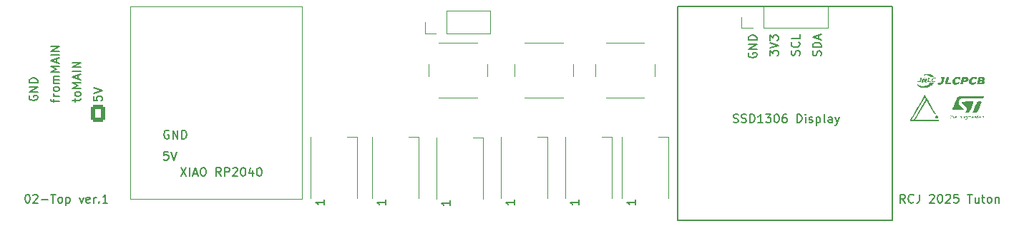
<source format=gbr>
%TF.GenerationSoftware,KiCad,Pcbnew,7.0.9*%
%TF.CreationDate,2024-10-29T13:49:45+09:00*%
%TF.ProjectId,02-top,30322d74-6f70-42e6-9b69-6361645f7063,rev?*%
%TF.SameCoordinates,Original*%
%TF.FileFunction,Legend,Top*%
%TF.FilePolarity,Positive*%
%FSLAX46Y46*%
G04 Gerber Fmt 4.6, Leading zero omitted, Abs format (unit mm)*
G04 Created by KiCad (PCBNEW 7.0.9) date 2024-10-29 13:49:45*
%MOMM*%
%LPD*%
G01*
G04 APERTURE LIST*
G04 Aperture macros list*
%AMRoundRect*
0 Rectangle with rounded corners*
0 $1 Rounding radius*
0 $2 $3 $4 $5 $6 $7 $8 $9 X,Y pos of 4 corners*
0 Add a 4 corners polygon primitive as box body*
4,1,4,$2,$3,$4,$5,$6,$7,$8,$9,$2,$3,0*
0 Add four circle primitives for the rounded corners*
1,1,$1+$1,$2,$3*
1,1,$1+$1,$4,$5*
1,1,$1+$1,$6,$7*
1,1,$1+$1,$8,$9*
0 Add four rect primitives between the rounded corners*
20,1,$1+$1,$2,$3,$4,$5,0*
20,1,$1+$1,$4,$5,$6,$7,0*
20,1,$1+$1,$6,$7,$8,$9,0*
20,1,$1+$1,$8,$9,$2,$3,0*%
G04 Aperture macros list end*
%ADD10C,0.150000*%
%ADD11C,0.120000*%
%ADD12C,0.100000*%
%ADD13C,3.200000*%
%ADD14RoundRect,0.250000X0.600000X0.725000X-0.600000X0.725000X-0.600000X-0.725000X0.600000X-0.725000X0*%
%ADD15O,1.700000X1.950000*%
%ADD16C,2.000000*%
%ADD17R,0.900000X1.500000*%
%ADD18R,1.700000X1.700000*%
%ADD19O,1.700000X1.700000*%
%ADD20C,1.524000*%
%ADD21C,1.600000*%
%ADD22O,1.600000X1.600000*%
G04 APERTURE END LIST*
D10*
X45384411Y-71259819D02*
X46051077Y-72259819D01*
X46051077Y-71259819D02*
X45384411Y-72259819D01*
X46432030Y-72259819D02*
X46432030Y-71259819D01*
X46860601Y-71974104D02*
X47336791Y-71974104D01*
X46765363Y-72259819D02*
X47098696Y-71259819D01*
X47098696Y-71259819D02*
X47432029Y-72259819D01*
X47955839Y-71259819D02*
X48146315Y-71259819D01*
X48146315Y-71259819D02*
X48241553Y-71307438D01*
X48241553Y-71307438D02*
X48336791Y-71402676D01*
X48336791Y-71402676D02*
X48384410Y-71593152D01*
X48384410Y-71593152D02*
X48384410Y-71926485D01*
X48384410Y-71926485D02*
X48336791Y-72116961D01*
X48336791Y-72116961D02*
X48241553Y-72212200D01*
X48241553Y-72212200D02*
X48146315Y-72259819D01*
X48146315Y-72259819D02*
X47955839Y-72259819D01*
X47955839Y-72259819D02*
X47860601Y-72212200D01*
X47860601Y-72212200D02*
X47765363Y-72116961D01*
X47765363Y-72116961D02*
X47717744Y-71926485D01*
X47717744Y-71926485D02*
X47717744Y-71593152D01*
X47717744Y-71593152D02*
X47765363Y-71402676D01*
X47765363Y-71402676D02*
X47860601Y-71307438D01*
X47860601Y-71307438D02*
X47955839Y-71259819D01*
X50146315Y-72259819D02*
X49812982Y-71783628D01*
X49574887Y-72259819D02*
X49574887Y-71259819D01*
X49574887Y-71259819D02*
X49955839Y-71259819D01*
X49955839Y-71259819D02*
X50051077Y-71307438D01*
X50051077Y-71307438D02*
X50098696Y-71355057D01*
X50098696Y-71355057D02*
X50146315Y-71450295D01*
X50146315Y-71450295D02*
X50146315Y-71593152D01*
X50146315Y-71593152D02*
X50098696Y-71688390D01*
X50098696Y-71688390D02*
X50051077Y-71736009D01*
X50051077Y-71736009D02*
X49955839Y-71783628D01*
X49955839Y-71783628D02*
X49574887Y-71783628D01*
X50574887Y-72259819D02*
X50574887Y-71259819D01*
X50574887Y-71259819D02*
X50955839Y-71259819D01*
X50955839Y-71259819D02*
X51051077Y-71307438D01*
X51051077Y-71307438D02*
X51098696Y-71355057D01*
X51098696Y-71355057D02*
X51146315Y-71450295D01*
X51146315Y-71450295D02*
X51146315Y-71593152D01*
X51146315Y-71593152D02*
X51098696Y-71688390D01*
X51098696Y-71688390D02*
X51051077Y-71736009D01*
X51051077Y-71736009D02*
X50955839Y-71783628D01*
X50955839Y-71783628D02*
X50574887Y-71783628D01*
X51527268Y-71355057D02*
X51574887Y-71307438D01*
X51574887Y-71307438D02*
X51670125Y-71259819D01*
X51670125Y-71259819D02*
X51908220Y-71259819D01*
X51908220Y-71259819D02*
X52003458Y-71307438D01*
X52003458Y-71307438D02*
X52051077Y-71355057D01*
X52051077Y-71355057D02*
X52098696Y-71450295D01*
X52098696Y-71450295D02*
X52098696Y-71545533D01*
X52098696Y-71545533D02*
X52051077Y-71688390D01*
X52051077Y-71688390D02*
X51479649Y-72259819D01*
X51479649Y-72259819D02*
X52098696Y-72259819D01*
X52717744Y-71259819D02*
X52812982Y-71259819D01*
X52812982Y-71259819D02*
X52908220Y-71307438D01*
X52908220Y-71307438D02*
X52955839Y-71355057D01*
X52955839Y-71355057D02*
X53003458Y-71450295D01*
X53003458Y-71450295D02*
X53051077Y-71640771D01*
X53051077Y-71640771D02*
X53051077Y-71878866D01*
X53051077Y-71878866D02*
X53003458Y-72069342D01*
X53003458Y-72069342D02*
X52955839Y-72164580D01*
X52955839Y-72164580D02*
X52908220Y-72212200D01*
X52908220Y-72212200D02*
X52812982Y-72259819D01*
X52812982Y-72259819D02*
X52717744Y-72259819D01*
X52717744Y-72259819D02*
X52622506Y-72212200D01*
X52622506Y-72212200D02*
X52574887Y-72164580D01*
X52574887Y-72164580D02*
X52527268Y-72069342D01*
X52527268Y-72069342D02*
X52479649Y-71878866D01*
X52479649Y-71878866D02*
X52479649Y-71640771D01*
X52479649Y-71640771D02*
X52527268Y-71450295D01*
X52527268Y-71450295D02*
X52574887Y-71355057D01*
X52574887Y-71355057D02*
X52622506Y-71307438D01*
X52622506Y-71307438D02*
X52717744Y-71259819D01*
X53908220Y-71593152D02*
X53908220Y-72259819D01*
X53670125Y-71212200D02*
X53432030Y-71926485D01*
X53432030Y-71926485D02*
X54051077Y-71926485D01*
X54622506Y-71259819D02*
X54717744Y-71259819D01*
X54717744Y-71259819D02*
X54812982Y-71307438D01*
X54812982Y-71307438D02*
X54860601Y-71355057D01*
X54860601Y-71355057D02*
X54908220Y-71450295D01*
X54908220Y-71450295D02*
X54955839Y-71640771D01*
X54955839Y-71640771D02*
X54955839Y-71878866D01*
X54955839Y-71878866D02*
X54908220Y-72069342D01*
X54908220Y-72069342D02*
X54860601Y-72164580D01*
X54860601Y-72164580D02*
X54812982Y-72212200D01*
X54812982Y-72212200D02*
X54717744Y-72259819D01*
X54717744Y-72259819D02*
X54622506Y-72259819D01*
X54622506Y-72259819D02*
X54527268Y-72212200D01*
X54527268Y-72212200D02*
X54479649Y-72164580D01*
X54479649Y-72164580D02*
X54432030Y-72069342D01*
X54432030Y-72069342D02*
X54384411Y-71878866D01*
X54384411Y-71878866D02*
X54384411Y-71640771D01*
X54384411Y-71640771D02*
X54432030Y-71450295D01*
X54432030Y-71450295D02*
X54479649Y-71355057D01*
X54479649Y-71355057D02*
X54527268Y-71307438D01*
X54527268Y-71307438D02*
X54622506Y-71259819D01*
X43970601Y-66862438D02*
X43875363Y-66814819D01*
X43875363Y-66814819D02*
X43732506Y-66814819D01*
X43732506Y-66814819D02*
X43589649Y-66862438D01*
X43589649Y-66862438D02*
X43494411Y-66957676D01*
X43494411Y-66957676D02*
X43446792Y-67052914D01*
X43446792Y-67052914D02*
X43399173Y-67243390D01*
X43399173Y-67243390D02*
X43399173Y-67386247D01*
X43399173Y-67386247D02*
X43446792Y-67576723D01*
X43446792Y-67576723D02*
X43494411Y-67671961D01*
X43494411Y-67671961D02*
X43589649Y-67767200D01*
X43589649Y-67767200D02*
X43732506Y-67814819D01*
X43732506Y-67814819D02*
X43827744Y-67814819D01*
X43827744Y-67814819D02*
X43970601Y-67767200D01*
X43970601Y-67767200D02*
X44018220Y-67719580D01*
X44018220Y-67719580D02*
X44018220Y-67386247D01*
X44018220Y-67386247D02*
X43827744Y-67386247D01*
X44446792Y-67814819D02*
X44446792Y-66814819D01*
X44446792Y-66814819D02*
X45018220Y-67814819D01*
X45018220Y-67814819D02*
X45018220Y-66814819D01*
X45494411Y-67814819D02*
X45494411Y-66814819D01*
X45494411Y-66814819D02*
X45732506Y-66814819D01*
X45732506Y-66814819D02*
X45875363Y-66862438D01*
X45875363Y-66862438D02*
X45970601Y-66957676D01*
X45970601Y-66957676D02*
X46018220Y-67052914D01*
X46018220Y-67052914D02*
X46065839Y-67243390D01*
X46065839Y-67243390D02*
X46065839Y-67386247D01*
X46065839Y-67386247D02*
X46018220Y-67576723D01*
X46018220Y-67576723D02*
X45970601Y-67671961D01*
X45970601Y-67671961D02*
X45875363Y-67767200D01*
X45875363Y-67767200D02*
X45732506Y-67814819D01*
X45732506Y-67814819D02*
X45494411Y-67814819D01*
X43891077Y-69354819D02*
X43414887Y-69354819D01*
X43414887Y-69354819D02*
X43367268Y-69831009D01*
X43367268Y-69831009D02*
X43414887Y-69783390D01*
X43414887Y-69783390D02*
X43510125Y-69735771D01*
X43510125Y-69735771D02*
X43748220Y-69735771D01*
X43748220Y-69735771D02*
X43843458Y-69783390D01*
X43843458Y-69783390D02*
X43891077Y-69831009D01*
X43891077Y-69831009D02*
X43938696Y-69926247D01*
X43938696Y-69926247D02*
X43938696Y-70164342D01*
X43938696Y-70164342D02*
X43891077Y-70259580D01*
X43891077Y-70259580D02*
X43843458Y-70307200D01*
X43843458Y-70307200D02*
X43748220Y-70354819D01*
X43748220Y-70354819D02*
X43510125Y-70354819D01*
X43510125Y-70354819D02*
X43414887Y-70307200D01*
X43414887Y-70307200D02*
X43367268Y-70259580D01*
X44224411Y-69354819D02*
X44557744Y-70354819D01*
X44557744Y-70354819D02*
X44891077Y-69354819D01*
X27492438Y-62709398D02*
X27444819Y-62804636D01*
X27444819Y-62804636D02*
X27444819Y-62947493D01*
X27444819Y-62947493D02*
X27492438Y-63090350D01*
X27492438Y-63090350D02*
X27587676Y-63185588D01*
X27587676Y-63185588D02*
X27682914Y-63233207D01*
X27682914Y-63233207D02*
X27873390Y-63280826D01*
X27873390Y-63280826D02*
X28016247Y-63280826D01*
X28016247Y-63280826D02*
X28206723Y-63233207D01*
X28206723Y-63233207D02*
X28301961Y-63185588D01*
X28301961Y-63185588D02*
X28397200Y-63090350D01*
X28397200Y-63090350D02*
X28444819Y-62947493D01*
X28444819Y-62947493D02*
X28444819Y-62852255D01*
X28444819Y-62852255D02*
X28397200Y-62709398D01*
X28397200Y-62709398D02*
X28349580Y-62661779D01*
X28349580Y-62661779D02*
X28016247Y-62661779D01*
X28016247Y-62661779D02*
X28016247Y-62852255D01*
X28444819Y-62233207D02*
X27444819Y-62233207D01*
X27444819Y-62233207D02*
X28444819Y-61661779D01*
X28444819Y-61661779D02*
X27444819Y-61661779D01*
X28444819Y-61185588D02*
X27444819Y-61185588D01*
X27444819Y-61185588D02*
X27444819Y-60947493D01*
X27444819Y-60947493D02*
X27492438Y-60804636D01*
X27492438Y-60804636D02*
X27587676Y-60709398D01*
X27587676Y-60709398D02*
X27682914Y-60661779D01*
X27682914Y-60661779D02*
X27873390Y-60614160D01*
X27873390Y-60614160D02*
X28016247Y-60614160D01*
X28016247Y-60614160D02*
X28206723Y-60661779D01*
X28206723Y-60661779D02*
X28301961Y-60709398D01*
X28301961Y-60709398D02*
X28397200Y-60804636D01*
X28397200Y-60804636D02*
X28444819Y-60947493D01*
X28444819Y-60947493D02*
X28444819Y-61185588D01*
X35064819Y-62788922D02*
X35064819Y-63265112D01*
X35064819Y-63265112D02*
X35541009Y-63312731D01*
X35541009Y-63312731D02*
X35493390Y-63265112D01*
X35493390Y-63265112D02*
X35445771Y-63169874D01*
X35445771Y-63169874D02*
X35445771Y-62931779D01*
X35445771Y-62931779D02*
X35493390Y-62836541D01*
X35493390Y-62836541D02*
X35541009Y-62788922D01*
X35541009Y-62788922D02*
X35636247Y-62741303D01*
X35636247Y-62741303D02*
X35874342Y-62741303D01*
X35874342Y-62741303D02*
X35969580Y-62788922D01*
X35969580Y-62788922D02*
X36017200Y-62836541D01*
X36017200Y-62836541D02*
X36064819Y-62931779D01*
X36064819Y-62931779D02*
X36064819Y-63169874D01*
X36064819Y-63169874D02*
X36017200Y-63265112D01*
X36017200Y-63265112D02*
X35969580Y-63312731D01*
X35064819Y-62455588D02*
X36064819Y-62122255D01*
X36064819Y-62122255D02*
X35064819Y-61788922D01*
X30318152Y-63470826D02*
X30318152Y-63089874D01*
X30984819Y-63327969D02*
X30127676Y-63327969D01*
X30127676Y-63327969D02*
X30032438Y-63280350D01*
X30032438Y-63280350D02*
X29984819Y-63185112D01*
X29984819Y-63185112D02*
X29984819Y-63089874D01*
X30984819Y-62756540D02*
X30318152Y-62756540D01*
X30508628Y-62756540D02*
X30413390Y-62708921D01*
X30413390Y-62708921D02*
X30365771Y-62661302D01*
X30365771Y-62661302D02*
X30318152Y-62566064D01*
X30318152Y-62566064D02*
X30318152Y-62470826D01*
X30984819Y-61994635D02*
X30937200Y-62089873D01*
X30937200Y-62089873D02*
X30889580Y-62137492D01*
X30889580Y-62137492D02*
X30794342Y-62185111D01*
X30794342Y-62185111D02*
X30508628Y-62185111D01*
X30508628Y-62185111D02*
X30413390Y-62137492D01*
X30413390Y-62137492D02*
X30365771Y-62089873D01*
X30365771Y-62089873D02*
X30318152Y-61994635D01*
X30318152Y-61994635D02*
X30318152Y-61851778D01*
X30318152Y-61851778D02*
X30365771Y-61756540D01*
X30365771Y-61756540D02*
X30413390Y-61708921D01*
X30413390Y-61708921D02*
X30508628Y-61661302D01*
X30508628Y-61661302D02*
X30794342Y-61661302D01*
X30794342Y-61661302D02*
X30889580Y-61708921D01*
X30889580Y-61708921D02*
X30937200Y-61756540D01*
X30937200Y-61756540D02*
X30984819Y-61851778D01*
X30984819Y-61851778D02*
X30984819Y-61994635D01*
X30984819Y-61232730D02*
X30318152Y-61232730D01*
X30413390Y-61232730D02*
X30365771Y-61185111D01*
X30365771Y-61185111D02*
X30318152Y-61089873D01*
X30318152Y-61089873D02*
X30318152Y-60947016D01*
X30318152Y-60947016D02*
X30365771Y-60851778D01*
X30365771Y-60851778D02*
X30461009Y-60804159D01*
X30461009Y-60804159D02*
X30984819Y-60804159D01*
X30461009Y-60804159D02*
X30365771Y-60756540D01*
X30365771Y-60756540D02*
X30318152Y-60661302D01*
X30318152Y-60661302D02*
X30318152Y-60518445D01*
X30318152Y-60518445D02*
X30365771Y-60423206D01*
X30365771Y-60423206D02*
X30461009Y-60375587D01*
X30461009Y-60375587D02*
X30984819Y-60375587D01*
X30984819Y-59899397D02*
X29984819Y-59899397D01*
X29984819Y-59899397D02*
X30699104Y-59566064D01*
X30699104Y-59566064D02*
X29984819Y-59232731D01*
X29984819Y-59232731D02*
X30984819Y-59232731D01*
X30699104Y-58804159D02*
X30699104Y-58327969D01*
X30984819Y-58899397D02*
X29984819Y-58566064D01*
X29984819Y-58566064D02*
X30984819Y-58232731D01*
X30984819Y-57899397D02*
X29984819Y-57899397D01*
X30984819Y-57423207D02*
X29984819Y-57423207D01*
X29984819Y-57423207D02*
X30984819Y-56851779D01*
X30984819Y-56851779D02*
X29984819Y-56851779D01*
X32858152Y-63423445D02*
X32858152Y-63042493D01*
X32524819Y-63280588D02*
X33381961Y-63280588D01*
X33381961Y-63280588D02*
X33477200Y-63232969D01*
X33477200Y-63232969D02*
X33524819Y-63137731D01*
X33524819Y-63137731D02*
X33524819Y-63042493D01*
X33524819Y-62566302D02*
X33477200Y-62661540D01*
X33477200Y-62661540D02*
X33429580Y-62709159D01*
X33429580Y-62709159D02*
X33334342Y-62756778D01*
X33334342Y-62756778D02*
X33048628Y-62756778D01*
X33048628Y-62756778D02*
X32953390Y-62709159D01*
X32953390Y-62709159D02*
X32905771Y-62661540D01*
X32905771Y-62661540D02*
X32858152Y-62566302D01*
X32858152Y-62566302D02*
X32858152Y-62423445D01*
X32858152Y-62423445D02*
X32905771Y-62328207D01*
X32905771Y-62328207D02*
X32953390Y-62280588D01*
X32953390Y-62280588D02*
X33048628Y-62232969D01*
X33048628Y-62232969D02*
X33334342Y-62232969D01*
X33334342Y-62232969D02*
X33429580Y-62280588D01*
X33429580Y-62280588D02*
X33477200Y-62328207D01*
X33477200Y-62328207D02*
X33524819Y-62423445D01*
X33524819Y-62423445D02*
X33524819Y-62566302D01*
X33524819Y-61804397D02*
X32524819Y-61804397D01*
X32524819Y-61804397D02*
X33239104Y-61471064D01*
X33239104Y-61471064D02*
X32524819Y-61137731D01*
X32524819Y-61137731D02*
X33524819Y-61137731D01*
X33239104Y-60709159D02*
X33239104Y-60232969D01*
X33524819Y-60804397D02*
X32524819Y-60471064D01*
X32524819Y-60471064D02*
X33524819Y-60137731D01*
X33524819Y-59804397D02*
X32524819Y-59804397D01*
X33524819Y-59328207D02*
X32524819Y-59328207D01*
X32524819Y-59328207D02*
X33524819Y-58756779D01*
X33524819Y-58756779D02*
X32524819Y-58756779D01*
X112582438Y-57629398D02*
X112534819Y-57724636D01*
X112534819Y-57724636D02*
X112534819Y-57867493D01*
X112534819Y-57867493D02*
X112582438Y-58010350D01*
X112582438Y-58010350D02*
X112677676Y-58105588D01*
X112677676Y-58105588D02*
X112772914Y-58153207D01*
X112772914Y-58153207D02*
X112963390Y-58200826D01*
X112963390Y-58200826D02*
X113106247Y-58200826D01*
X113106247Y-58200826D02*
X113296723Y-58153207D01*
X113296723Y-58153207D02*
X113391961Y-58105588D01*
X113391961Y-58105588D02*
X113487200Y-58010350D01*
X113487200Y-58010350D02*
X113534819Y-57867493D01*
X113534819Y-57867493D02*
X113534819Y-57772255D01*
X113534819Y-57772255D02*
X113487200Y-57629398D01*
X113487200Y-57629398D02*
X113439580Y-57581779D01*
X113439580Y-57581779D02*
X113106247Y-57581779D01*
X113106247Y-57581779D02*
X113106247Y-57772255D01*
X113534819Y-57153207D02*
X112534819Y-57153207D01*
X112534819Y-57153207D02*
X113534819Y-56581779D01*
X113534819Y-56581779D02*
X112534819Y-56581779D01*
X113534819Y-56105588D02*
X112534819Y-56105588D01*
X112534819Y-56105588D02*
X112534819Y-55867493D01*
X112534819Y-55867493D02*
X112582438Y-55724636D01*
X112582438Y-55724636D02*
X112677676Y-55629398D01*
X112677676Y-55629398D02*
X112772914Y-55581779D01*
X112772914Y-55581779D02*
X112963390Y-55534160D01*
X112963390Y-55534160D02*
X113106247Y-55534160D01*
X113106247Y-55534160D02*
X113296723Y-55581779D01*
X113296723Y-55581779D02*
X113391961Y-55629398D01*
X113391961Y-55629398D02*
X113487200Y-55724636D01*
X113487200Y-55724636D02*
X113534819Y-55867493D01*
X113534819Y-55867493D02*
X113534819Y-56105588D01*
X115074819Y-57962731D02*
X115074819Y-57343684D01*
X115074819Y-57343684D02*
X115455771Y-57677017D01*
X115455771Y-57677017D02*
X115455771Y-57534160D01*
X115455771Y-57534160D02*
X115503390Y-57438922D01*
X115503390Y-57438922D02*
X115551009Y-57391303D01*
X115551009Y-57391303D02*
X115646247Y-57343684D01*
X115646247Y-57343684D02*
X115884342Y-57343684D01*
X115884342Y-57343684D02*
X115979580Y-57391303D01*
X115979580Y-57391303D02*
X116027200Y-57438922D01*
X116027200Y-57438922D02*
X116074819Y-57534160D01*
X116074819Y-57534160D02*
X116074819Y-57819874D01*
X116074819Y-57819874D02*
X116027200Y-57915112D01*
X116027200Y-57915112D02*
X115979580Y-57962731D01*
X115074819Y-57057969D02*
X116074819Y-56724636D01*
X116074819Y-56724636D02*
X115074819Y-56391303D01*
X115074819Y-56153207D02*
X115074819Y-55534160D01*
X115074819Y-55534160D02*
X115455771Y-55867493D01*
X115455771Y-55867493D02*
X115455771Y-55724636D01*
X115455771Y-55724636D02*
X115503390Y-55629398D01*
X115503390Y-55629398D02*
X115551009Y-55581779D01*
X115551009Y-55581779D02*
X115646247Y-55534160D01*
X115646247Y-55534160D02*
X115884342Y-55534160D01*
X115884342Y-55534160D02*
X115979580Y-55581779D01*
X115979580Y-55581779D02*
X116027200Y-55629398D01*
X116027200Y-55629398D02*
X116074819Y-55724636D01*
X116074819Y-55724636D02*
X116074819Y-56010350D01*
X116074819Y-56010350D02*
X116027200Y-56105588D01*
X116027200Y-56105588D02*
X115979580Y-56153207D01*
X118567200Y-57915112D02*
X118614819Y-57772255D01*
X118614819Y-57772255D02*
X118614819Y-57534160D01*
X118614819Y-57534160D02*
X118567200Y-57438922D01*
X118567200Y-57438922D02*
X118519580Y-57391303D01*
X118519580Y-57391303D02*
X118424342Y-57343684D01*
X118424342Y-57343684D02*
X118329104Y-57343684D01*
X118329104Y-57343684D02*
X118233866Y-57391303D01*
X118233866Y-57391303D02*
X118186247Y-57438922D01*
X118186247Y-57438922D02*
X118138628Y-57534160D01*
X118138628Y-57534160D02*
X118091009Y-57724636D01*
X118091009Y-57724636D02*
X118043390Y-57819874D01*
X118043390Y-57819874D02*
X117995771Y-57867493D01*
X117995771Y-57867493D02*
X117900533Y-57915112D01*
X117900533Y-57915112D02*
X117805295Y-57915112D01*
X117805295Y-57915112D02*
X117710057Y-57867493D01*
X117710057Y-57867493D02*
X117662438Y-57819874D01*
X117662438Y-57819874D02*
X117614819Y-57724636D01*
X117614819Y-57724636D02*
X117614819Y-57486541D01*
X117614819Y-57486541D02*
X117662438Y-57343684D01*
X118519580Y-56343684D02*
X118567200Y-56391303D01*
X118567200Y-56391303D02*
X118614819Y-56534160D01*
X118614819Y-56534160D02*
X118614819Y-56629398D01*
X118614819Y-56629398D02*
X118567200Y-56772255D01*
X118567200Y-56772255D02*
X118471961Y-56867493D01*
X118471961Y-56867493D02*
X118376723Y-56915112D01*
X118376723Y-56915112D02*
X118186247Y-56962731D01*
X118186247Y-56962731D02*
X118043390Y-56962731D01*
X118043390Y-56962731D02*
X117852914Y-56915112D01*
X117852914Y-56915112D02*
X117757676Y-56867493D01*
X117757676Y-56867493D02*
X117662438Y-56772255D01*
X117662438Y-56772255D02*
X117614819Y-56629398D01*
X117614819Y-56629398D02*
X117614819Y-56534160D01*
X117614819Y-56534160D02*
X117662438Y-56391303D01*
X117662438Y-56391303D02*
X117710057Y-56343684D01*
X118614819Y-55438922D02*
X118614819Y-55915112D01*
X118614819Y-55915112D02*
X117614819Y-55915112D01*
X121107200Y-57962731D02*
X121154819Y-57819874D01*
X121154819Y-57819874D02*
X121154819Y-57581779D01*
X121154819Y-57581779D02*
X121107200Y-57486541D01*
X121107200Y-57486541D02*
X121059580Y-57438922D01*
X121059580Y-57438922D02*
X120964342Y-57391303D01*
X120964342Y-57391303D02*
X120869104Y-57391303D01*
X120869104Y-57391303D02*
X120773866Y-57438922D01*
X120773866Y-57438922D02*
X120726247Y-57486541D01*
X120726247Y-57486541D02*
X120678628Y-57581779D01*
X120678628Y-57581779D02*
X120631009Y-57772255D01*
X120631009Y-57772255D02*
X120583390Y-57867493D01*
X120583390Y-57867493D02*
X120535771Y-57915112D01*
X120535771Y-57915112D02*
X120440533Y-57962731D01*
X120440533Y-57962731D02*
X120345295Y-57962731D01*
X120345295Y-57962731D02*
X120250057Y-57915112D01*
X120250057Y-57915112D02*
X120202438Y-57867493D01*
X120202438Y-57867493D02*
X120154819Y-57772255D01*
X120154819Y-57772255D02*
X120154819Y-57534160D01*
X120154819Y-57534160D02*
X120202438Y-57391303D01*
X121154819Y-56962731D02*
X120154819Y-56962731D01*
X120154819Y-56962731D02*
X120154819Y-56724636D01*
X120154819Y-56724636D02*
X120202438Y-56581779D01*
X120202438Y-56581779D02*
X120297676Y-56486541D01*
X120297676Y-56486541D02*
X120392914Y-56438922D01*
X120392914Y-56438922D02*
X120583390Y-56391303D01*
X120583390Y-56391303D02*
X120726247Y-56391303D01*
X120726247Y-56391303D02*
X120916723Y-56438922D01*
X120916723Y-56438922D02*
X121011961Y-56486541D01*
X121011961Y-56486541D02*
X121107200Y-56581779D01*
X121107200Y-56581779D02*
X121154819Y-56724636D01*
X121154819Y-56724636D02*
X121154819Y-56962731D01*
X120869104Y-56010350D02*
X120869104Y-55534160D01*
X121154819Y-56105588D02*
X120154819Y-55772255D01*
X120154819Y-55772255D02*
X121154819Y-55438922D01*
X110779160Y-65862200D02*
X110922017Y-65909819D01*
X110922017Y-65909819D02*
X111160112Y-65909819D01*
X111160112Y-65909819D02*
X111255350Y-65862200D01*
X111255350Y-65862200D02*
X111302969Y-65814580D01*
X111302969Y-65814580D02*
X111350588Y-65719342D01*
X111350588Y-65719342D02*
X111350588Y-65624104D01*
X111350588Y-65624104D02*
X111302969Y-65528866D01*
X111302969Y-65528866D02*
X111255350Y-65481247D01*
X111255350Y-65481247D02*
X111160112Y-65433628D01*
X111160112Y-65433628D02*
X110969636Y-65386009D01*
X110969636Y-65386009D02*
X110874398Y-65338390D01*
X110874398Y-65338390D02*
X110826779Y-65290771D01*
X110826779Y-65290771D02*
X110779160Y-65195533D01*
X110779160Y-65195533D02*
X110779160Y-65100295D01*
X110779160Y-65100295D02*
X110826779Y-65005057D01*
X110826779Y-65005057D02*
X110874398Y-64957438D01*
X110874398Y-64957438D02*
X110969636Y-64909819D01*
X110969636Y-64909819D02*
X111207731Y-64909819D01*
X111207731Y-64909819D02*
X111350588Y-64957438D01*
X111731541Y-65862200D02*
X111874398Y-65909819D01*
X111874398Y-65909819D02*
X112112493Y-65909819D01*
X112112493Y-65909819D02*
X112207731Y-65862200D01*
X112207731Y-65862200D02*
X112255350Y-65814580D01*
X112255350Y-65814580D02*
X112302969Y-65719342D01*
X112302969Y-65719342D02*
X112302969Y-65624104D01*
X112302969Y-65624104D02*
X112255350Y-65528866D01*
X112255350Y-65528866D02*
X112207731Y-65481247D01*
X112207731Y-65481247D02*
X112112493Y-65433628D01*
X112112493Y-65433628D02*
X111922017Y-65386009D01*
X111922017Y-65386009D02*
X111826779Y-65338390D01*
X111826779Y-65338390D02*
X111779160Y-65290771D01*
X111779160Y-65290771D02*
X111731541Y-65195533D01*
X111731541Y-65195533D02*
X111731541Y-65100295D01*
X111731541Y-65100295D02*
X111779160Y-65005057D01*
X111779160Y-65005057D02*
X111826779Y-64957438D01*
X111826779Y-64957438D02*
X111922017Y-64909819D01*
X111922017Y-64909819D02*
X112160112Y-64909819D01*
X112160112Y-64909819D02*
X112302969Y-64957438D01*
X112731541Y-65909819D02*
X112731541Y-64909819D01*
X112731541Y-64909819D02*
X112969636Y-64909819D01*
X112969636Y-64909819D02*
X113112493Y-64957438D01*
X113112493Y-64957438D02*
X113207731Y-65052676D01*
X113207731Y-65052676D02*
X113255350Y-65147914D01*
X113255350Y-65147914D02*
X113302969Y-65338390D01*
X113302969Y-65338390D02*
X113302969Y-65481247D01*
X113302969Y-65481247D02*
X113255350Y-65671723D01*
X113255350Y-65671723D02*
X113207731Y-65766961D01*
X113207731Y-65766961D02*
X113112493Y-65862200D01*
X113112493Y-65862200D02*
X112969636Y-65909819D01*
X112969636Y-65909819D02*
X112731541Y-65909819D01*
X114255350Y-65909819D02*
X113683922Y-65909819D01*
X113969636Y-65909819D02*
X113969636Y-64909819D01*
X113969636Y-64909819D02*
X113874398Y-65052676D01*
X113874398Y-65052676D02*
X113779160Y-65147914D01*
X113779160Y-65147914D02*
X113683922Y-65195533D01*
X114588684Y-64909819D02*
X115207731Y-64909819D01*
X115207731Y-64909819D02*
X114874398Y-65290771D01*
X114874398Y-65290771D02*
X115017255Y-65290771D01*
X115017255Y-65290771D02*
X115112493Y-65338390D01*
X115112493Y-65338390D02*
X115160112Y-65386009D01*
X115160112Y-65386009D02*
X115207731Y-65481247D01*
X115207731Y-65481247D02*
X115207731Y-65719342D01*
X115207731Y-65719342D02*
X115160112Y-65814580D01*
X115160112Y-65814580D02*
X115112493Y-65862200D01*
X115112493Y-65862200D02*
X115017255Y-65909819D01*
X115017255Y-65909819D02*
X114731541Y-65909819D01*
X114731541Y-65909819D02*
X114636303Y-65862200D01*
X114636303Y-65862200D02*
X114588684Y-65814580D01*
X115826779Y-64909819D02*
X115922017Y-64909819D01*
X115922017Y-64909819D02*
X116017255Y-64957438D01*
X116017255Y-64957438D02*
X116064874Y-65005057D01*
X116064874Y-65005057D02*
X116112493Y-65100295D01*
X116112493Y-65100295D02*
X116160112Y-65290771D01*
X116160112Y-65290771D02*
X116160112Y-65528866D01*
X116160112Y-65528866D02*
X116112493Y-65719342D01*
X116112493Y-65719342D02*
X116064874Y-65814580D01*
X116064874Y-65814580D02*
X116017255Y-65862200D01*
X116017255Y-65862200D02*
X115922017Y-65909819D01*
X115922017Y-65909819D02*
X115826779Y-65909819D01*
X115826779Y-65909819D02*
X115731541Y-65862200D01*
X115731541Y-65862200D02*
X115683922Y-65814580D01*
X115683922Y-65814580D02*
X115636303Y-65719342D01*
X115636303Y-65719342D02*
X115588684Y-65528866D01*
X115588684Y-65528866D02*
X115588684Y-65290771D01*
X115588684Y-65290771D02*
X115636303Y-65100295D01*
X115636303Y-65100295D02*
X115683922Y-65005057D01*
X115683922Y-65005057D02*
X115731541Y-64957438D01*
X115731541Y-64957438D02*
X115826779Y-64909819D01*
X117017255Y-64909819D02*
X116826779Y-64909819D01*
X116826779Y-64909819D02*
X116731541Y-64957438D01*
X116731541Y-64957438D02*
X116683922Y-65005057D01*
X116683922Y-65005057D02*
X116588684Y-65147914D01*
X116588684Y-65147914D02*
X116541065Y-65338390D01*
X116541065Y-65338390D02*
X116541065Y-65719342D01*
X116541065Y-65719342D02*
X116588684Y-65814580D01*
X116588684Y-65814580D02*
X116636303Y-65862200D01*
X116636303Y-65862200D02*
X116731541Y-65909819D01*
X116731541Y-65909819D02*
X116922017Y-65909819D01*
X116922017Y-65909819D02*
X117017255Y-65862200D01*
X117017255Y-65862200D02*
X117064874Y-65814580D01*
X117064874Y-65814580D02*
X117112493Y-65719342D01*
X117112493Y-65719342D02*
X117112493Y-65481247D01*
X117112493Y-65481247D02*
X117064874Y-65386009D01*
X117064874Y-65386009D02*
X117017255Y-65338390D01*
X117017255Y-65338390D02*
X116922017Y-65290771D01*
X116922017Y-65290771D02*
X116731541Y-65290771D01*
X116731541Y-65290771D02*
X116636303Y-65338390D01*
X116636303Y-65338390D02*
X116588684Y-65386009D01*
X116588684Y-65386009D02*
X116541065Y-65481247D01*
X118302970Y-65909819D02*
X118302970Y-64909819D01*
X118302970Y-64909819D02*
X118541065Y-64909819D01*
X118541065Y-64909819D02*
X118683922Y-64957438D01*
X118683922Y-64957438D02*
X118779160Y-65052676D01*
X118779160Y-65052676D02*
X118826779Y-65147914D01*
X118826779Y-65147914D02*
X118874398Y-65338390D01*
X118874398Y-65338390D02*
X118874398Y-65481247D01*
X118874398Y-65481247D02*
X118826779Y-65671723D01*
X118826779Y-65671723D02*
X118779160Y-65766961D01*
X118779160Y-65766961D02*
X118683922Y-65862200D01*
X118683922Y-65862200D02*
X118541065Y-65909819D01*
X118541065Y-65909819D02*
X118302970Y-65909819D01*
X119302970Y-65909819D02*
X119302970Y-65243152D01*
X119302970Y-64909819D02*
X119255351Y-64957438D01*
X119255351Y-64957438D02*
X119302970Y-65005057D01*
X119302970Y-65005057D02*
X119350589Y-64957438D01*
X119350589Y-64957438D02*
X119302970Y-64909819D01*
X119302970Y-64909819D02*
X119302970Y-65005057D01*
X119731541Y-65862200D02*
X119826779Y-65909819D01*
X119826779Y-65909819D02*
X120017255Y-65909819D01*
X120017255Y-65909819D02*
X120112493Y-65862200D01*
X120112493Y-65862200D02*
X120160112Y-65766961D01*
X120160112Y-65766961D02*
X120160112Y-65719342D01*
X120160112Y-65719342D02*
X120112493Y-65624104D01*
X120112493Y-65624104D02*
X120017255Y-65576485D01*
X120017255Y-65576485D02*
X119874398Y-65576485D01*
X119874398Y-65576485D02*
X119779160Y-65528866D01*
X119779160Y-65528866D02*
X119731541Y-65433628D01*
X119731541Y-65433628D02*
X119731541Y-65386009D01*
X119731541Y-65386009D02*
X119779160Y-65290771D01*
X119779160Y-65290771D02*
X119874398Y-65243152D01*
X119874398Y-65243152D02*
X120017255Y-65243152D01*
X120017255Y-65243152D02*
X120112493Y-65290771D01*
X120588684Y-65243152D02*
X120588684Y-66243152D01*
X120588684Y-65290771D02*
X120683922Y-65243152D01*
X120683922Y-65243152D02*
X120874398Y-65243152D01*
X120874398Y-65243152D02*
X120969636Y-65290771D01*
X120969636Y-65290771D02*
X121017255Y-65338390D01*
X121017255Y-65338390D02*
X121064874Y-65433628D01*
X121064874Y-65433628D02*
X121064874Y-65719342D01*
X121064874Y-65719342D02*
X121017255Y-65814580D01*
X121017255Y-65814580D02*
X120969636Y-65862200D01*
X120969636Y-65862200D02*
X120874398Y-65909819D01*
X120874398Y-65909819D02*
X120683922Y-65909819D01*
X120683922Y-65909819D02*
X120588684Y-65862200D01*
X121636303Y-65909819D02*
X121541065Y-65862200D01*
X121541065Y-65862200D02*
X121493446Y-65766961D01*
X121493446Y-65766961D02*
X121493446Y-64909819D01*
X122445827Y-65909819D02*
X122445827Y-65386009D01*
X122445827Y-65386009D02*
X122398208Y-65290771D01*
X122398208Y-65290771D02*
X122302970Y-65243152D01*
X122302970Y-65243152D02*
X122112494Y-65243152D01*
X122112494Y-65243152D02*
X122017256Y-65290771D01*
X122445827Y-65862200D02*
X122350589Y-65909819D01*
X122350589Y-65909819D02*
X122112494Y-65909819D01*
X122112494Y-65909819D02*
X122017256Y-65862200D01*
X122017256Y-65862200D02*
X121969637Y-65766961D01*
X121969637Y-65766961D02*
X121969637Y-65671723D01*
X121969637Y-65671723D02*
X122017256Y-65576485D01*
X122017256Y-65576485D02*
X122112494Y-65528866D01*
X122112494Y-65528866D02*
X122350589Y-65528866D01*
X122350589Y-65528866D02*
X122445827Y-65481247D01*
X122826780Y-65243152D02*
X123064875Y-65909819D01*
X123302970Y-65243152D02*
X123064875Y-65909819D01*
X123064875Y-65909819D02*
X122969637Y-66147914D01*
X122969637Y-66147914D02*
X122922018Y-66195533D01*
X122922018Y-66195533D02*
X122826780Y-66243152D01*
X27197255Y-74434819D02*
X27292493Y-74434819D01*
X27292493Y-74434819D02*
X27387731Y-74482438D01*
X27387731Y-74482438D02*
X27435350Y-74530057D01*
X27435350Y-74530057D02*
X27482969Y-74625295D01*
X27482969Y-74625295D02*
X27530588Y-74815771D01*
X27530588Y-74815771D02*
X27530588Y-75053866D01*
X27530588Y-75053866D02*
X27482969Y-75244342D01*
X27482969Y-75244342D02*
X27435350Y-75339580D01*
X27435350Y-75339580D02*
X27387731Y-75387200D01*
X27387731Y-75387200D02*
X27292493Y-75434819D01*
X27292493Y-75434819D02*
X27197255Y-75434819D01*
X27197255Y-75434819D02*
X27102017Y-75387200D01*
X27102017Y-75387200D02*
X27054398Y-75339580D01*
X27054398Y-75339580D02*
X27006779Y-75244342D01*
X27006779Y-75244342D02*
X26959160Y-75053866D01*
X26959160Y-75053866D02*
X26959160Y-74815771D01*
X26959160Y-74815771D02*
X27006779Y-74625295D01*
X27006779Y-74625295D02*
X27054398Y-74530057D01*
X27054398Y-74530057D02*
X27102017Y-74482438D01*
X27102017Y-74482438D02*
X27197255Y-74434819D01*
X27911541Y-74530057D02*
X27959160Y-74482438D01*
X27959160Y-74482438D02*
X28054398Y-74434819D01*
X28054398Y-74434819D02*
X28292493Y-74434819D01*
X28292493Y-74434819D02*
X28387731Y-74482438D01*
X28387731Y-74482438D02*
X28435350Y-74530057D01*
X28435350Y-74530057D02*
X28482969Y-74625295D01*
X28482969Y-74625295D02*
X28482969Y-74720533D01*
X28482969Y-74720533D02*
X28435350Y-74863390D01*
X28435350Y-74863390D02*
X27863922Y-75434819D01*
X27863922Y-75434819D02*
X28482969Y-75434819D01*
X28911541Y-75053866D02*
X29673446Y-75053866D01*
X30006779Y-74434819D02*
X30578207Y-74434819D01*
X30292493Y-75434819D02*
X30292493Y-74434819D01*
X31054398Y-75434819D02*
X30959160Y-75387200D01*
X30959160Y-75387200D02*
X30911541Y-75339580D01*
X30911541Y-75339580D02*
X30863922Y-75244342D01*
X30863922Y-75244342D02*
X30863922Y-74958628D01*
X30863922Y-74958628D02*
X30911541Y-74863390D01*
X30911541Y-74863390D02*
X30959160Y-74815771D01*
X30959160Y-74815771D02*
X31054398Y-74768152D01*
X31054398Y-74768152D02*
X31197255Y-74768152D01*
X31197255Y-74768152D02*
X31292493Y-74815771D01*
X31292493Y-74815771D02*
X31340112Y-74863390D01*
X31340112Y-74863390D02*
X31387731Y-74958628D01*
X31387731Y-74958628D02*
X31387731Y-75244342D01*
X31387731Y-75244342D02*
X31340112Y-75339580D01*
X31340112Y-75339580D02*
X31292493Y-75387200D01*
X31292493Y-75387200D02*
X31197255Y-75434819D01*
X31197255Y-75434819D02*
X31054398Y-75434819D01*
X31816303Y-74768152D02*
X31816303Y-75768152D01*
X31816303Y-74815771D02*
X31911541Y-74768152D01*
X31911541Y-74768152D02*
X32102017Y-74768152D01*
X32102017Y-74768152D02*
X32197255Y-74815771D01*
X32197255Y-74815771D02*
X32244874Y-74863390D01*
X32244874Y-74863390D02*
X32292493Y-74958628D01*
X32292493Y-74958628D02*
X32292493Y-75244342D01*
X32292493Y-75244342D02*
X32244874Y-75339580D01*
X32244874Y-75339580D02*
X32197255Y-75387200D01*
X32197255Y-75387200D02*
X32102017Y-75434819D01*
X32102017Y-75434819D02*
X31911541Y-75434819D01*
X31911541Y-75434819D02*
X31816303Y-75387200D01*
X33387732Y-74768152D02*
X33625827Y-75434819D01*
X33625827Y-75434819D02*
X33863922Y-74768152D01*
X34625827Y-75387200D02*
X34530589Y-75434819D01*
X34530589Y-75434819D02*
X34340113Y-75434819D01*
X34340113Y-75434819D02*
X34244875Y-75387200D01*
X34244875Y-75387200D02*
X34197256Y-75291961D01*
X34197256Y-75291961D02*
X34197256Y-74911009D01*
X34197256Y-74911009D02*
X34244875Y-74815771D01*
X34244875Y-74815771D02*
X34340113Y-74768152D01*
X34340113Y-74768152D02*
X34530589Y-74768152D01*
X34530589Y-74768152D02*
X34625827Y-74815771D01*
X34625827Y-74815771D02*
X34673446Y-74911009D01*
X34673446Y-74911009D02*
X34673446Y-75006247D01*
X34673446Y-75006247D02*
X34197256Y-75101485D01*
X35102018Y-75434819D02*
X35102018Y-74768152D01*
X35102018Y-74958628D02*
X35149637Y-74863390D01*
X35149637Y-74863390D02*
X35197256Y-74815771D01*
X35197256Y-74815771D02*
X35292494Y-74768152D01*
X35292494Y-74768152D02*
X35387732Y-74768152D01*
X35721066Y-75339580D02*
X35768685Y-75387200D01*
X35768685Y-75387200D02*
X35721066Y-75434819D01*
X35721066Y-75434819D02*
X35673447Y-75387200D01*
X35673447Y-75387200D02*
X35721066Y-75339580D01*
X35721066Y-75339580D02*
X35721066Y-75434819D01*
X36721065Y-75434819D02*
X36149637Y-75434819D01*
X36435351Y-75434819D02*
X36435351Y-74434819D01*
X36435351Y-74434819D02*
X36340113Y-74577676D01*
X36340113Y-74577676D02*
X36244875Y-74672914D01*
X36244875Y-74672914D02*
X36149637Y-74720533D01*
X131083207Y-75434819D02*
X130749874Y-74958628D01*
X130511779Y-75434819D02*
X130511779Y-74434819D01*
X130511779Y-74434819D02*
X130892731Y-74434819D01*
X130892731Y-74434819D02*
X130987969Y-74482438D01*
X130987969Y-74482438D02*
X131035588Y-74530057D01*
X131035588Y-74530057D02*
X131083207Y-74625295D01*
X131083207Y-74625295D02*
X131083207Y-74768152D01*
X131083207Y-74768152D02*
X131035588Y-74863390D01*
X131035588Y-74863390D02*
X130987969Y-74911009D01*
X130987969Y-74911009D02*
X130892731Y-74958628D01*
X130892731Y-74958628D02*
X130511779Y-74958628D01*
X132083207Y-75339580D02*
X132035588Y-75387200D01*
X132035588Y-75387200D02*
X131892731Y-75434819D01*
X131892731Y-75434819D02*
X131797493Y-75434819D01*
X131797493Y-75434819D02*
X131654636Y-75387200D01*
X131654636Y-75387200D02*
X131559398Y-75291961D01*
X131559398Y-75291961D02*
X131511779Y-75196723D01*
X131511779Y-75196723D02*
X131464160Y-75006247D01*
X131464160Y-75006247D02*
X131464160Y-74863390D01*
X131464160Y-74863390D02*
X131511779Y-74672914D01*
X131511779Y-74672914D02*
X131559398Y-74577676D01*
X131559398Y-74577676D02*
X131654636Y-74482438D01*
X131654636Y-74482438D02*
X131797493Y-74434819D01*
X131797493Y-74434819D02*
X131892731Y-74434819D01*
X131892731Y-74434819D02*
X132035588Y-74482438D01*
X132035588Y-74482438D02*
X132083207Y-74530057D01*
X132797493Y-74434819D02*
X132797493Y-75149104D01*
X132797493Y-75149104D02*
X132749874Y-75291961D01*
X132749874Y-75291961D02*
X132654636Y-75387200D01*
X132654636Y-75387200D02*
X132511779Y-75434819D01*
X132511779Y-75434819D02*
X132416541Y-75434819D01*
X133987970Y-74530057D02*
X134035589Y-74482438D01*
X134035589Y-74482438D02*
X134130827Y-74434819D01*
X134130827Y-74434819D02*
X134368922Y-74434819D01*
X134368922Y-74434819D02*
X134464160Y-74482438D01*
X134464160Y-74482438D02*
X134511779Y-74530057D01*
X134511779Y-74530057D02*
X134559398Y-74625295D01*
X134559398Y-74625295D02*
X134559398Y-74720533D01*
X134559398Y-74720533D02*
X134511779Y-74863390D01*
X134511779Y-74863390D02*
X133940351Y-75434819D01*
X133940351Y-75434819D02*
X134559398Y-75434819D01*
X135178446Y-74434819D02*
X135273684Y-74434819D01*
X135273684Y-74434819D02*
X135368922Y-74482438D01*
X135368922Y-74482438D02*
X135416541Y-74530057D01*
X135416541Y-74530057D02*
X135464160Y-74625295D01*
X135464160Y-74625295D02*
X135511779Y-74815771D01*
X135511779Y-74815771D02*
X135511779Y-75053866D01*
X135511779Y-75053866D02*
X135464160Y-75244342D01*
X135464160Y-75244342D02*
X135416541Y-75339580D01*
X135416541Y-75339580D02*
X135368922Y-75387200D01*
X135368922Y-75387200D02*
X135273684Y-75434819D01*
X135273684Y-75434819D02*
X135178446Y-75434819D01*
X135178446Y-75434819D02*
X135083208Y-75387200D01*
X135083208Y-75387200D02*
X135035589Y-75339580D01*
X135035589Y-75339580D02*
X134987970Y-75244342D01*
X134987970Y-75244342D02*
X134940351Y-75053866D01*
X134940351Y-75053866D02*
X134940351Y-74815771D01*
X134940351Y-74815771D02*
X134987970Y-74625295D01*
X134987970Y-74625295D02*
X135035589Y-74530057D01*
X135035589Y-74530057D02*
X135083208Y-74482438D01*
X135083208Y-74482438D02*
X135178446Y-74434819D01*
X135892732Y-74530057D02*
X135940351Y-74482438D01*
X135940351Y-74482438D02*
X136035589Y-74434819D01*
X136035589Y-74434819D02*
X136273684Y-74434819D01*
X136273684Y-74434819D02*
X136368922Y-74482438D01*
X136368922Y-74482438D02*
X136416541Y-74530057D01*
X136416541Y-74530057D02*
X136464160Y-74625295D01*
X136464160Y-74625295D02*
X136464160Y-74720533D01*
X136464160Y-74720533D02*
X136416541Y-74863390D01*
X136416541Y-74863390D02*
X135845113Y-75434819D01*
X135845113Y-75434819D02*
X136464160Y-75434819D01*
X137368922Y-74434819D02*
X136892732Y-74434819D01*
X136892732Y-74434819D02*
X136845113Y-74911009D01*
X136845113Y-74911009D02*
X136892732Y-74863390D01*
X136892732Y-74863390D02*
X136987970Y-74815771D01*
X136987970Y-74815771D02*
X137226065Y-74815771D01*
X137226065Y-74815771D02*
X137321303Y-74863390D01*
X137321303Y-74863390D02*
X137368922Y-74911009D01*
X137368922Y-74911009D02*
X137416541Y-75006247D01*
X137416541Y-75006247D02*
X137416541Y-75244342D01*
X137416541Y-75244342D02*
X137368922Y-75339580D01*
X137368922Y-75339580D02*
X137321303Y-75387200D01*
X137321303Y-75387200D02*
X137226065Y-75434819D01*
X137226065Y-75434819D02*
X136987970Y-75434819D01*
X136987970Y-75434819D02*
X136892732Y-75387200D01*
X136892732Y-75387200D02*
X136845113Y-75339580D01*
X138464161Y-74434819D02*
X139035589Y-74434819D01*
X138749875Y-75434819D02*
X138749875Y-74434819D01*
X139797494Y-74768152D02*
X139797494Y-75434819D01*
X139368923Y-74768152D02*
X139368923Y-75291961D01*
X139368923Y-75291961D02*
X139416542Y-75387200D01*
X139416542Y-75387200D02*
X139511780Y-75434819D01*
X139511780Y-75434819D02*
X139654637Y-75434819D01*
X139654637Y-75434819D02*
X139749875Y-75387200D01*
X139749875Y-75387200D02*
X139797494Y-75339580D01*
X140130828Y-74768152D02*
X140511780Y-74768152D01*
X140273685Y-74434819D02*
X140273685Y-75291961D01*
X140273685Y-75291961D02*
X140321304Y-75387200D01*
X140321304Y-75387200D02*
X140416542Y-75434819D01*
X140416542Y-75434819D02*
X140511780Y-75434819D01*
X140987971Y-75434819D02*
X140892733Y-75387200D01*
X140892733Y-75387200D02*
X140845114Y-75339580D01*
X140845114Y-75339580D02*
X140797495Y-75244342D01*
X140797495Y-75244342D02*
X140797495Y-74958628D01*
X140797495Y-74958628D02*
X140845114Y-74863390D01*
X140845114Y-74863390D02*
X140892733Y-74815771D01*
X140892733Y-74815771D02*
X140987971Y-74768152D01*
X140987971Y-74768152D02*
X141130828Y-74768152D01*
X141130828Y-74768152D02*
X141226066Y-74815771D01*
X141226066Y-74815771D02*
X141273685Y-74863390D01*
X141273685Y-74863390D02*
X141321304Y-74958628D01*
X141321304Y-74958628D02*
X141321304Y-75244342D01*
X141321304Y-75244342D02*
X141273685Y-75339580D01*
X141273685Y-75339580D02*
X141226066Y-75387200D01*
X141226066Y-75387200D02*
X141130828Y-75434819D01*
X141130828Y-75434819D02*
X140987971Y-75434819D01*
X141749876Y-74768152D02*
X141749876Y-75434819D01*
X141749876Y-74863390D02*
X141797495Y-74815771D01*
X141797495Y-74815771D02*
X141892733Y-74768152D01*
X141892733Y-74768152D02*
X142035590Y-74768152D01*
X142035590Y-74768152D02*
X142130828Y-74815771D01*
X142130828Y-74815771D02*
X142178447Y-74911009D01*
X142178447Y-74911009D02*
X142178447Y-75434819D01*
X104140000Y-52070000D02*
X129540000Y-52070000D01*
X129540000Y-77470000D01*
X104140000Y-77470000D01*
X104140000Y-52070000D01*
X77214819Y-75164285D02*
X77214819Y-75735713D01*
X77214819Y-75449999D02*
X76214819Y-75449999D01*
X76214819Y-75449999D02*
X76357676Y-75545237D01*
X76357676Y-75545237D02*
X76452914Y-75640475D01*
X76452914Y-75640475D02*
X76500533Y-75735713D01*
X84834819Y-75074285D02*
X84834819Y-75645713D01*
X84834819Y-75359999D02*
X83834819Y-75359999D01*
X83834819Y-75359999D02*
X83977676Y-75455237D01*
X83977676Y-75455237D02*
X84072914Y-75550475D01*
X84072914Y-75550475D02*
X84120533Y-75645713D01*
X99184819Y-75074285D02*
X99184819Y-75645713D01*
X99184819Y-75359999D02*
X98184819Y-75359999D01*
X98184819Y-75359999D02*
X98327676Y-75455237D01*
X98327676Y-75455237D02*
X98422914Y-75550475D01*
X98422914Y-75550475D02*
X98470533Y-75645713D01*
X69594819Y-75074285D02*
X69594819Y-75645713D01*
X69594819Y-75359999D02*
X68594819Y-75359999D01*
X68594819Y-75359999D02*
X68737676Y-75455237D01*
X68737676Y-75455237D02*
X68832914Y-75550475D01*
X68832914Y-75550475D02*
X68880533Y-75645713D01*
X62354819Y-75074285D02*
X62354819Y-75645713D01*
X62354819Y-75359999D02*
X61354819Y-75359999D01*
X61354819Y-75359999D02*
X61497676Y-75455237D01*
X61497676Y-75455237D02*
X61592914Y-75550475D01*
X61592914Y-75550475D02*
X61640533Y-75645713D01*
X92454819Y-75074285D02*
X92454819Y-75645713D01*
X92454819Y-75359999D02*
X91454819Y-75359999D01*
X91454819Y-75359999D02*
X91597676Y-75455237D01*
X91597676Y-75455237D02*
X91692914Y-75550475D01*
X91692914Y-75550475D02*
X91740533Y-75645713D01*
%TO.C,G\u002A\u002A\u002A*%
G36*
X138445819Y-65160460D02*
G01*
X138456735Y-65197255D01*
X138463590Y-65249114D01*
X138465698Y-65309479D01*
X138462375Y-65371793D01*
X138452933Y-65429498D01*
X138445568Y-65454963D01*
X138410664Y-65510215D01*
X138358456Y-65540606D01*
X138297453Y-65544609D01*
X138236160Y-65520697D01*
X138207889Y-65497621D01*
X138182045Y-65462028D01*
X138183737Y-65442231D01*
X138207164Y-65444062D01*
X138239061Y-65466280D01*
X138285942Y-65491009D01*
X138337943Y-65493591D01*
X138380943Y-65474172D01*
X138389500Y-65464740D01*
X138410124Y-65428918D01*
X138406470Y-65413601D01*
X138379237Y-65421633D01*
X138378952Y-65421785D01*
X138316249Y-65439852D01*
X138258526Y-65430175D01*
X138210360Y-65399165D01*
X138176328Y-65353229D01*
X138163694Y-65308320D01*
X138206850Y-65308320D01*
X138228550Y-65356822D01*
X138259999Y-65383598D01*
X138309430Y-65401413D01*
X138346098Y-65395390D01*
X138378863Y-65369152D01*
X138406684Y-65320414D01*
X138403129Y-65267435D01*
X138369310Y-65218426D01*
X138357058Y-65208348D01*
X138322903Y-65185964D01*
X138298039Y-65184601D01*
X138264790Y-65203290D01*
X138264787Y-65203292D01*
X138229289Y-65232278D01*
X138209723Y-65258176D01*
X138206850Y-65308320D01*
X138163694Y-65308320D01*
X138161009Y-65298775D01*
X138168979Y-65242213D01*
X138204816Y-65189952D01*
X138210025Y-65185280D01*
X138267828Y-65152870D01*
X138329786Y-65145377D01*
X138377349Y-65160787D01*
X138405669Y-65166429D01*
X138414548Y-65158291D01*
X138431529Y-65145286D01*
X138445819Y-65160460D01*
G37*
G36*
X136493049Y-65058223D02*
G01*
X136505773Y-65066097D01*
X136512726Y-65087230D01*
X136515651Y-65128179D01*
X136516293Y-65195496D01*
X136516302Y-65220468D01*
X136517380Y-65300082D01*
X136521272Y-65351248D01*
X136528963Y-65380263D01*
X136541437Y-65393427D01*
X136543500Y-65394318D01*
X136563202Y-65409851D01*
X136554157Y-65425678D01*
X136522046Y-65437042D01*
X136489179Y-65439795D01*
X136444552Y-65433933D01*
X136429367Y-65415333D01*
X136429316Y-65413699D01*
X136443241Y-65390634D01*
X136455411Y-65387603D01*
X136468458Y-65381290D01*
X136476443Y-65358308D01*
X136480436Y-65312598D01*
X136481507Y-65239726D01*
X136480393Y-65165796D01*
X136476338Y-65120548D01*
X136468271Y-65097920D01*
X136455411Y-65091850D01*
X136432260Y-65082456D01*
X136429316Y-65074452D01*
X136444204Y-65061374D01*
X136472809Y-65057055D01*
X136493049Y-65058223D01*
G37*
G36*
X136683598Y-65156967D02*
G01*
X136688797Y-65185460D01*
X136690228Y-65239274D01*
X136690274Y-65262751D01*
X136692328Y-65331956D01*
X136699334Y-65372924D01*
X136712558Y-65392019D01*
X136716370Y-65393894D01*
X136741565Y-65410880D01*
X136736161Y-65426882D01*
X136704201Y-65437635D01*
X136672877Y-65439795D01*
X136624490Y-65435486D01*
X136604551Y-65421201D01*
X136603288Y-65413699D01*
X136617214Y-65390634D01*
X136629384Y-65387603D01*
X136645121Y-65379013D01*
X136653224Y-65348870D01*
X136655480Y-65291918D01*
X136653349Y-65234958D01*
X136645587Y-65205467D01*
X136630138Y-65196306D01*
X136627934Y-65196233D01*
X136607500Y-65188075D01*
X136610706Y-65170331D01*
X136632496Y-65153094D01*
X136652493Y-65147181D01*
X136672280Y-65146604D01*
X136683598Y-65156967D01*
G37*
G36*
X136904196Y-65055250D02*
G01*
X136910933Y-65076960D01*
X136889408Y-65101576D01*
X136868455Y-65124930D01*
X136877295Y-65137885D01*
X136895143Y-65157008D01*
X136897751Y-65182116D01*
X136883845Y-65196104D01*
X136881644Y-65196233D01*
X136872117Y-65211963D01*
X136865798Y-65252540D01*
X136864247Y-65291918D01*
X136867107Y-65344318D01*
X136874485Y-65379074D01*
X136881644Y-65387603D01*
X136897079Y-65401694D01*
X136899042Y-65413699D01*
X136885838Y-65433000D01*
X136843697Y-65439748D01*
X136838151Y-65439795D01*
X136793116Y-65434136D01*
X136777371Y-65416076D01*
X136777261Y-65413699D01*
X136786655Y-65390547D01*
X136794658Y-65387603D01*
X136804185Y-65371873D01*
X136810504Y-65331297D01*
X136812055Y-65291918D01*
X136809195Y-65239518D01*
X136801818Y-65204763D01*
X136794658Y-65196233D01*
X136778561Y-65184561D01*
X136784251Y-65156007D01*
X136799007Y-65133362D01*
X136843036Y-65081778D01*
X136872190Y-65054661D01*
X136891730Y-65048103D01*
X136904196Y-65055250D01*
G37*
G36*
X137112795Y-65151128D02*
G01*
X137181514Y-65180081D01*
X137226143Y-65233881D01*
X137239077Y-65270172D01*
X137250759Y-65318014D01*
X137127092Y-65318014D01*
X137054635Y-65320622D01*
X137015249Y-65329192D01*
X137007549Y-65344846D01*
X137030151Y-65368704D01*
X137048556Y-65381577D01*
X137080537Y-65399553D01*
X137106876Y-65400518D01*
X137143846Y-65384099D01*
X137153044Y-65379183D01*
X137198970Y-65359008D01*
X137221089Y-65358759D01*
X137216764Y-65376834D01*
X137192665Y-65403251D01*
X137135734Y-65434709D01*
X137071298Y-65437359D01*
X137010831Y-65411557D01*
X136993936Y-65397092D01*
X136957056Y-65339820D01*
X136953736Y-65278118D01*
X136967115Y-65250444D01*
X137007916Y-65250444D01*
X137037896Y-65261776D01*
X137098564Y-65265822D01*
X137153433Y-65264139D01*
X137180131Y-65257748D01*
X137185177Y-65244639D01*
X137183631Y-65239576D01*
X137156830Y-65212787D01*
X137111004Y-65200551D01*
X137059892Y-65205710D01*
X137045635Y-65211049D01*
X137010083Y-65233108D01*
X137007916Y-65250444D01*
X136967115Y-65250444D01*
X136983778Y-65215979D01*
X137004122Y-65192860D01*
X137043553Y-65158953D01*
X137077662Y-65147566D01*
X137112795Y-65151128D01*
G37*
G36*
X137380605Y-65347068D02*
G01*
X137408561Y-65370603D01*
X137417334Y-65404069D01*
X137415186Y-65412350D01*
X137391234Y-65434186D01*
X137354695Y-65439561D01*
X137328174Y-65428197D01*
X137316380Y-65395901D01*
X137326901Y-65360947D01*
X137345760Y-65345332D01*
X137380605Y-65347068D01*
G37*
G36*
X137787545Y-65158873D02*
G01*
X137798410Y-65202934D01*
X137803483Y-65271731D01*
X137803699Y-65291918D01*
X137800193Y-65367387D01*
X137790438Y-65417472D01*
X137775573Y-65439297D01*
X137756741Y-65429989D01*
X137751737Y-65422769D01*
X137735737Y-65411199D01*
X137726559Y-65420540D01*
X137702891Y-65432984D01*
X137659299Y-65439510D01*
X137647643Y-65439795D01*
X137594416Y-65432902D01*
X137554032Y-65406425D01*
X137535588Y-65386268D01*
X137498501Y-65324771D01*
X137496518Y-65284823D01*
X137543206Y-65284823D01*
X137555429Y-65335534D01*
X137586518Y-65378738D01*
X137630270Y-65403056D01*
X137647124Y-65405000D01*
X137684996Y-65393193D01*
X137716713Y-65370206D01*
X137748800Y-65318507D01*
X137748316Y-65265694D01*
X137716512Y-65218830D01*
X137686268Y-65198226D01*
X137636945Y-65189871D01*
X137586630Y-65208077D01*
X137556055Y-65237981D01*
X137543206Y-65284823D01*
X137496518Y-65284823D01*
X137495639Y-65267102D01*
X137527091Y-65210358D01*
X137541402Y-65194895D01*
X137599412Y-65155458D01*
X137661549Y-65143889D01*
X137716254Y-65160787D01*
X137744573Y-65166429D01*
X137753452Y-65158291D01*
X137772142Y-65142881D01*
X137787545Y-65158873D01*
G37*
G36*
X138107986Y-65160364D02*
G01*
X138114009Y-65205120D01*
X138116759Y-65271992D01*
X138116850Y-65288182D01*
X138116850Y-65432323D01*
X138023996Y-65436208D01*
X137961722Y-65435324D01*
X137922810Y-65424553D01*
X137902216Y-65408129D01*
X137888520Y-65378282D01*
X137878658Y-65329575D01*
X137873067Y-65271990D01*
X137872181Y-65215504D01*
X137876437Y-65170099D01*
X137886270Y-65145754D01*
X137890685Y-65144041D01*
X137900296Y-65159754D01*
X137906615Y-65200211D01*
X137908083Y-65237799D01*
X137916041Y-65316352D01*
X137938434Y-65370926D01*
X137973042Y-65398058D01*
X138010193Y-65397023D01*
X138050896Y-65366207D01*
X138074847Y-65304964D01*
X138082055Y-65221197D01*
X138085558Y-65174902D01*
X138094408Y-65147369D01*
X138099452Y-65144041D01*
X138107986Y-65160364D01*
G37*
G36*
X138839751Y-65149589D02*
G01*
X138886649Y-65177238D01*
X138899233Y-65190858D01*
X138922033Y-65229044D01*
X138931377Y-65275147D01*
X138930941Y-65333011D01*
X138923131Y-65399335D01*
X138910862Y-65433732D01*
X138897637Y-65435835D01*
X138886961Y-65405278D01*
X138882339Y-65341694D01*
X138882329Y-65338104D01*
X138877521Y-65262135D01*
X138862570Y-65215864D01*
X138854991Y-65206174D01*
X138829036Y-65183649D01*
X138806838Y-65182454D01*
X138776802Y-65196845D01*
X138757955Y-65212851D01*
X138747640Y-65241235D01*
X138743565Y-65290881D01*
X138743151Y-65327325D01*
X138741392Y-65390559D01*
X138735112Y-65425626D01*
X138722801Y-65439022D01*
X138717055Y-65439795D01*
X138702383Y-65432215D01*
X138694247Y-65405146D01*
X138691139Y-65352090D01*
X138690959Y-65327325D01*
X138689188Y-65263387D01*
X138682347Y-65225249D01*
X138668146Y-65204028D01*
X138657309Y-65196845D01*
X138623730Y-65181423D01*
X138602102Y-65185457D01*
X138579120Y-65206174D01*
X138560300Y-65243958D01*
X138552218Y-65310719D01*
X138551781Y-65336654D01*
X138549112Y-65391746D01*
X138542154Y-65429042D01*
X138534384Y-65439795D01*
X138525852Y-65423472D01*
X138519829Y-65378714D01*
X138517078Y-65311835D01*
X138516987Y-65295615D01*
X138516987Y-65151435D01*
X138589243Y-65148554D01*
X138643818Y-65151001D01*
X138688320Y-65160685D01*
X138695494Y-65163866D01*
X138731571Y-65172692D01*
X138748498Y-65163050D01*
X138789443Y-65144074D01*
X138839751Y-65149589D01*
G37*
G36*
X139171400Y-65157749D02*
G01*
X139222377Y-65192799D01*
X139256607Y-65240085D01*
X139265069Y-65276893D01*
X139263000Y-65298293D01*
X139251779Y-65310594D01*
X139223883Y-65316307D01*
X139171790Y-65317940D01*
X139141838Y-65318014D01*
X139070001Y-65321099D01*
X139031860Y-65330782D01*
X139026827Y-65347701D01*
X139054319Y-65372498D01*
X139078545Y-65387189D01*
X139111227Y-65402032D01*
X139137921Y-65398973D01*
X139174247Y-65375782D01*
X139178051Y-65372980D01*
X139222516Y-65345970D01*
X139249868Y-65339935D01*
X139255700Y-65353021D01*
X139235604Y-65383376D01*
X139226222Y-65393237D01*
X139166435Y-65431825D01*
X139100544Y-65440071D01*
X139037639Y-65417811D01*
X139012018Y-65397092D01*
X138976494Y-65340905D01*
X138969152Y-65279437D01*
X138977791Y-65250555D01*
X139021507Y-65250555D01*
X139037240Y-65258917D01*
X139077823Y-65264462D01*
X139117192Y-65265822D01*
X139169597Y-65263312D01*
X139204352Y-65256837D01*
X139212877Y-65250555D01*
X139197735Y-65223028D01*
X139161101Y-65200777D01*
X139117192Y-65191884D01*
X139072299Y-65201169D01*
X139036011Y-65223631D01*
X139021507Y-65250555D01*
X138977791Y-65250555D01*
X138986604Y-65221094D01*
X139025462Y-65174279D01*
X139082337Y-65147399D01*
X139114029Y-65144041D01*
X139171400Y-65157749D01*
G37*
G36*
X139474637Y-65151160D02*
G01*
X139521252Y-65171589D01*
X139548214Y-65213818D01*
X139559643Y-65282558D01*
X139560822Y-65326713D01*
X139557865Y-65395579D01*
X139550428Y-65431350D01*
X139540661Y-65433668D01*
X139530717Y-65402175D01*
X139522745Y-65336516D01*
X139522490Y-65333073D01*
X139513809Y-65263334D01*
X139498654Y-65220738D01*
X139482280Y-65202594D01*
X139446912Y-65182135D01*
X139419017Y-65186230D01*
X139386850Y-65213630D01*
X139364350Y-65247156D01*
X139353848Y-65296144D01*
X139352055Y-65344110D01*
X139349195Y-65396510D01*
X139341818Y-65431265D01*
X139334658Y-65439795D01*
X139326124Y-65423473D01*
X139320101Y-65378720D01*
X139317351Y-65311855D01*
X139317261Y-65295701D01*
X139317261Y-65151608D01*
X139404246Y-65147823D01*
X139474637Y-65151160D01*
G37*
G36*
X139695681Y-65071943D02*
G01*
X139700000Y-65100548D01*
X139708155Y-65134654D01*
X139734795Y-65144041D01*
X139763131Y-65154919D01*
X139769589Y-65170137D01*
X139755085Y-65191390D01*
X139734795Y-65196233D01*
X139716509Y-65199519D01*
X139706034Y-65214335D01*
X139701243Y-65248123D01*
X139700010Y-65308320D01*
X139700000Y-65318014D01*
X139697702Y-65380485D01*
X139691541Y-65423651D01*
X139682620Y-65439795D01*
X139682603Y-65439795D01*
X139673641Y-65423729D01*
X139667461Y-65380779D01*
X139665206Y-65320043D01*
X139664097Y-65256043D01*
X139659230Y-65218626D01*
X139648293Y-65199611D01*
X139628972Y-65190816D01*
X139628661Y-65190735D01*
X139605187Y-65174575D01*
X139609088Y-65154717D01*
X139637184Y-65144104D01*
X139640137Y-65144041D01*
X139660021Y-65128886D01*
X139665206Y-65100548D01*
X139671161Y-65067853D01*
X139682603Y-65057055D01*
X139695681Y-65071943D01*
G37*
G36*
X139999319Y-65158514D02*
G01*
X140047786Y-65195401D01*
X140077862Y-65244907D01*
X140082740Y-65273730D01*
X140081053Y-65296818D01*
X140070948Y-65310054D01*
X140044858Y-65316178D01*
X139995217Y-65317925D01*
X139960347Y-65318014D01*
X139896995Y-65318651D01*
X139862097Y-65321921D01*
X139849319Y-65329865D01*
X139852327Y-65344521D01*
X139855945Y-65351630D01*
X139892315Y-65389865D01*
X139940687Y-65397194D01*
X139995774Y-65372903D01*
X139998607Y-65370848D01*
X140042269Y-65344686D01*
X140068417Y-65340049D01*
X140072600Y-65354736D01*
X140050363Y-65386543D01*
X140043893Y-65393237D01*
X139989425Y-65428260D01*
X139926940Y-65439928D01*
X139869379Y-65426579D01*
X139855068Y-65417495D01*
X139813957Y-65369143D01*
X139789731Y-65308198D01*
X139786987Y-65283025D01*
X139796486Y-65254308D01*
X139850099Y-65254308D01*
X139868175Y-65262664D01*
X139911760Y-65265644D01*
X139935409Y-65265822D01*
X139987640Y-65263013D01*
X140022197Y-65255770D01*
X140030548Y-65248826D01*
X140017444Y-65227830D01*
X139989403Y-65204871D01*
X139941432Y-65189680D01*
X139892591Y-65198095D01*
X139856771Y-65226759D01*
X139850796Y-65238394D01*
X139850099Y-65254308D01*
X139796486Y-65254308D01*
X139802004Y-65237626D01*
X139839862Y-65192924D01*
X139889766Y-65158534D01*
X139940923Y-65144070D01*
X139943015Y-65144041D01*
X139999319Y-65158514D01*
G37*
G36*
X140416535Y-65062672D02*
G01*
X140424295Y-65083276D01*
X140428676Y-65124496D01*
X140430489Y-65191961D01*
X140430685Y-65238700D01*
X140428806Y-65329722D01*
X140423395Y-65394042D01*
X140414797Y-65428229D01*
X140411343Y-65432298D01*
X140386614Y-65431975D01*
X140380439Y-65425545D01*
X140358038Y-65416501D01*
X140343240Y-65423050D01*
X140284686Y-65441209D01*
X140222485Y-65430162D01*
X140167809Y-65392182D01*
X140162574Y-65386268D01*
X140125487Y-65324771D01*
X140124718Y-65309261D01*
X140170954Y-65309261D01*
X140193982Y-65358426D01*
X140204521Y-65370206D01*
X140242394Y-65396271D01*
X140274110Y-65405000D01*
X140311983Y-65393193D01*
X140343699Y-65370206D01*
X140374306Y-65319474D01*
X140371866Y-65266536D01*
X140336891Y-65218371D01*
X140332267Y-65214588D01*
X140281554Y-65190942D01*
X140234543Y-65195314D01*
X140196758Y-65220977D01*
X140173720Y-65261202D01*
X140170954Y-65309261D01*
X140124718Y-65309261D01*
X140122626Y-65267102D01*
X140154078Y-65210358D01*
X140168388Y-65194895D01*
X140229653Y-65153460D01*
X140295052Y-65145482D01*
X140344843Y-65162051D01*
X140367184Y-65170292D01*
X140376597Y-65157595D01*
X140378494Y-65118558D01*
X140384037Y-65073280D01*
X140401786Y-65057210D01*
X140404589Y-65057055D01*
X140416535Y-65062672D01*
G37*
G36*
X136680032Y-65065375D02*
G01*
X136681576Y-65074452D01*
X136667857Y-65100575D01*
X136659829Y-65104898D01*
X136642368Y-65096823D01*
X136638083Y-65074452D01*
X136646099Y-65046859D01*
X136659829Y-65044007D01*
X136680032Y-65065375D01*
G37*
G36*
X138962707Y-63407671D02*
G01*
X139055368Y-63408945D01*
X139123899Y-63411098D01*
X139170966Y-63414197D01*
X139199233Y-63418309D01*
X139211365Y-63423500D01*
X139212299Y-63425865D01*
X139205700Y-63446266D01*
X139187117Y-63495223D01*
X139157977Y-63569186D01*
X139119705Y-63664605D01*
X139073730Y-63777930D01*
X139021478Y-63905612D01*
X138964376Y-64044099D01*
X138944735Y-64091507D01*
X138677751Y-64735206D01*
X138385391Y-64739990D01*
X138093030Y-64744775D01*
X138164038Y-64693337D01*
X138264309Y-64602292D01*
X138332740Y-64497313D01*
X138369564Y-64377964D01*
X138376663Y-64291576D01*
X138374442Y-64232855D01*
X138365384Y-64180150D01*
X138346649Y-64129184D01*
X138315400Y-64075678D01*
X138268798Y-64015356D01*
X138204004Y-63943940D01*
X138118181Y-63857153D01*
X138034123Y-63775370D01*
X137760206Y-63511425D01*
X137786964Y-63462219D01*
X137813723Y-63413014D01*
X138513300Y-63408467D01*
X138694338Y-63407499D01*
X138843252Y-63407211D01*
X138962707Y-63407671D01*
G37*
G36*
X139982925Y-63403934D02*
G01*
X140056060Y-63406613D01*
X140112930Y-63411227D01*
X140146419Y-63417820D01*
X140152329Y-63422704D01*
X140145907Y-63442663D01*
X140127679Y-63490845D01*
X140099202Y-63563346D01*
X140062034Y-63656265D01*
X140017733Y-63765697D01*
X139967855Y-63887739D01*
X139931909Y-63975067D01*
X139871449Y-64121188D01*
X139822222Y-64238889D01*
X139782335Y-64331973D01*
X139749893Y-64404243D01*
X139723003Y-64459502D01*
X139699772Y-64501553D01*
X139678306Y-64534200D01*
X139656712Y-64561246D01*
X139633095Y-64586494D01*
X139621933Y-64597660D01*
X139543549Y-64664271D01*
X139461727Y-64708596D01*
X139367404Y-64733929D01*
X139251519Y-64743563D01*
X139219503Y-64743904D01*
X139152437Y-64742431D01*
X139099952Y-64738509D01*
X139070759Y-64732889D01*
X139067761Y-64730856D01*
X139072756Y-64713155D01*
X139089481Y-64667522D01*
X139116235Y-64598124D01*
X139151314Y-64509128D01*
X139193017Y-64404699D01*
X139239640Y-64289004D01*
X139289481Y-64166208D01*
X139340837Y-64040477D01*
X139392007Y-63915977D01*
X139441286Y-63796876D01*
X139486974Y-63687337D01*
X139527367Y-63591529D01*
X139560763Y-63513615D01*
X139585459Y-63457764D01*
X139599753Y-63428140D01*
X139600993Y-63426062D01*
X139622301Y-63418043D01*
X139670034Y-63411698D01*
X139737079Y-63407072D01*
X139816319Y-63404206D01*
X139900640Y-63403146D01*
X139982925Y-63403934D01*
G37*
G36*
X139209264Y-62744021D02*
G01*
X139418349Y-62744361D01*
X139614694Y-62744981D01*
X139795702Y-62745857D01*
X139958778Y-62746968D01*
X140101326Y-62748291D01*
X140220748Y-62749805D01*
X140314450Y-62751486D01*
X140379835Y-62753313D01*
X140414307Y-62755263D01*
X140419134Y-62756267D01*
X140416943Y-62777796D01*
X140403987Y-62821112D01*
X140384066Y-62876405D01*
X140360983Y-62933864D01*
X140338539Y-62983678D01*
X140320534Y-63016035D01*
X140316645Y-63020794D01*
X140295660Y-63024410D01*
X140240772Y-63027774D01*
X140152871Y-63030870D01*
X140032849Y-63033684D01*
X139881596Y-63036201D01*
X139700002Y-63038406D01*
X139488958Y-63040283D01*
X139249356Y-63041818D01*
X139012376Y-63042885D01*
X138770192Y-63043797D01*
X138560337Y-63044658D01*
X138380346Y-63045546D01*
X138227755Y-63046538D01*
X138100098Y-63047712D01*
X137994911Y-63049147D01*
X137909729Y-63050919D01*
X137842086Y-63053108D01*
X137789517Y-63055790D01*
X137749559Y-63059044D01*
X137719745Y-63062947D01*
X137697611Y-63067578D01*
X137680692Y-63073014D01*
X137666522Y-63079333D01*
X137654175Y-63085790D01*
X137572019Y-63144469D01*
X137498189Y-63223579D01*
X137445053Y-63309685D01*
X137442241Y-63316064D01*
X137421123Y-63396160D01*
X137414872Y-63492755D01*
X137423423Y-63590920D01*
X137443765Y-63668386D01*
X137459809Y-63701864D01*
X137485043Y-63739450D01*
X137522853Y-63784945D01*
X137576625Y-63842150D01*
X137649746Y-63914867D01*
X137743775Y-64005161D01*
X137840119Y-64097716D01*
X137912728Y-64170400D01*
X137963878Y-64226451D01*
X137995847Y-64269109D01*
X138010911Y-64301611D01*
X138011345Y-64327196D01*
X137999428Y-64349103D01*
X137991589Y-64357685D01*
X137976064Y-64363450D01*
X137940563Y-64368167D01*
X137882759Y-64371907D01*
X137800326Y-64374740D01*
X137690938Y-64376740D01*
X137552268Y-64377976D01*
X137381990Y-64378521D01*
X137311067Y-64378562D01*
X137142089Y-64378482D01*
X137004713Y-64378144D01*
X136895745Y-64377397D01*
X136811993Y-64376092D01*
X136750265Y-64374080D01*
X136707367Y-64371212D01*
X136680107Y-64367338D01*
X136665292Y-64362309D01*
X136659730Y-64355976D01*
X136660227Y-64348189D01*
X136660248Y-64348117D01*
X136672078Y-64314788D01*
X136695651Y-64254608D01*
X136729168Y-64171805D01*
X136770834Y-64070606D01*
X136818854Y-63955241D01*
X136871429Y-63829936D01*
X136926766Y-63698919D01*
X136983066Y-63566418D01*
X137038535Y-63436661D01*
X137091376Y-63313875D01*
X137139792Y-63202289D01*
X137181989Y-63106130D01*
X137216168Y-63029626D01*
X137240535Y-62977005D01*
X137252985Y-62952947D01*
X137312734Y-62885125D01*
X137394300Y-62822711D01*
X137484936Y-62775127D01*
X137502691Y-62768340D01*
X137520779Y-62763939D01*
X137550165Y-62760084D01*
X137592941Y-62756741D01*
X137651200Y-62753875D01*
X137727033Y-62751452D01*
X137822532Y-62749438D01*
X137939790Y-62747799D01*
X138080899Y-62746500D01*
X138247949Y-62745507D01*
X138443034Y-62744786D01*
X138668245Y-62744303D01*
X138925675Y-62744023D01*
X138990035Y-62743983D01*
X139209264Y-62744021D01*
G37*
G36*
X134452792Y-61207665D02*
G01*
X134411012Y-61267102D01*
X134351671Y-61335996D01*
X134282530Y-61406309D01*
X134211346Y-61470004D01*
X134164547Y-61506283D01*
X134020679Y-61595179D01*
X133861964Y-61668917D01*
X133694556Y-61725951D01*
X133524612Y-61764735D01*
X133358287Y-61783719D01*
X133201736Y-61781358D01*
X133117307Y-61769495D01*
X132957220Y-61727064D01*
X132822385Y-61667135D01*
X132712669Y-61589607D01*
X132627937Y-61494376D01*
X132568055Y-61381340D01*
X132553746Y-61340182D01*
X132538885Y-61287728D01*
X132529970Y-61247764D01*
X132528768Y-61228327D01*
X132529076Y-61227881D01*
X132540299Y-61235492D01*
X132560883Y-61263203D01*
X132576388Y-61288163D01*
X132642030Y-61374807D01*
X132730948Y-61448342D01*
X132831963Y-61504905D01*
X132871840Y-61523305D01*
X132905432Y-61536237D01*
X132939406Y-61544653D01*
X132980430Y-61549507D01*
X133035173Y-61551754D01*
X133110302Y-61552345D01*
X133163461Y-61552310D01*
X133286665Y-61550093D01*
X133387649Y-61542730D01*
X133474770Y-61528518D01*
X133556384Y-61505751D01*
X133640848Y-61472726D01*
X133709615Y-61440915D01*
X133791168Y-61395263D01*
X133866947Y-61338110D01*
X133936840Y-61272607D01*
X134048681Y-61160121D01*
X134264633Y-61160121D01*
X134480585Y-61160121D01*
X134452792Y-61207665D01*
G37*
G36*
X135702597Y-60486554D02*
G01*
X135749242Y-60489286D01*
X135772221Y-60493396D01*
X135773188Y-60494060D01*
X135774052Y-60513025D01*
X135767387Y-60556349D01*
X135754528Y-60618908D01*
X135736810Y-60695578D01*
X135715571Y-60781235D01*
X135692146Y-60870757D01*
X135667871Y-60959020D01*
X135644083Y-61040899D01*
X135622117Y-61111272D01*
X135603310Y-61165015D01*
X135590631Y-61194119D01*
X135530768Y-61273444D01*
X135448124Y-61333354D01*
X135352044Y-61370291D01*
X135296444Y-61380237D01*
X135225646Y-61386667D01*
X135148839Y-61389462D01*
X135075215Y-61388505D01*
X135013961Y-61383675D01*
X134975000Y-61375157D01*
X134953326Y-61364294D01*
X134943222Y-61348971D01*
X134943583Y-61321511D01*
X134953306Y-61274237D01*
X134957784Y-61255453D01*
X134975634Y-61195441D01*
X134995769Y-61162305D01*
X135022073Y-61152177D01*
X135054106Y-61159489D01*
X135109085Y-61172102D01*
X135172483Y-61174789D01*
X135231787Y-61168003D01*
X135274481Y-61152194D01*
X135275510Y-61151490D01*
X135302755Y-61127150D01*
X135326108Y-61092672D01*
X135347871Y-61042882D01*
X135370344Y-60972608D01*
X135393324Y-60886607D01*
X135413656Y-60805270D01*
X135426056Y-60749107D01*
X135430192Y-60713455D01*
X135425733Y-60693653D01*
X135412349Y-60685042D01*
X135389707Y-60682959D01*
X135378846Y-60682909D01*
X135347576Y-60681253D01*
X135331093Y-60672210D01*
X135327633Y-60649669D01*
X135335432Y-60607519D01*
X135345510Y-60567455D01*
X135365426Y-60490485D01*
X135563195Y-60486157D01*
X135638508Y-60485433D01*
X135702597Y-60486554D01*
G37*
G36*
X137417148Y-60478140D02*
G01*
X137506374Y-60490903D01*
X137563461Y-60507513D01*
X137608456Y-60527562D01*
X137630927Y-60545095D01*
X137637692Y-60566875D01*
X137637361Y-60580830D01*
X137629747Y-60633277D01*
X137615717Y-60688713D01*
X137598171Y-60738906D01*
X137580006Y-60775623D01*
X137564121Y-60790634D01*
X137563481Y-60790667D01*
X137539216Y-60782266D01*
X137500538Y-60760671D01*
X137471361Y-60741351D01*
X137386906Y-60699135D01*
X137294755Y-60682853D01*
X137202811Y-60693075D01*
X137140600Y-60717473D01*
X137070162Y-60771917D01*
X137020282Y-60846533D01*
X136993283Y-60936695D01*
X136989779Y-61017920D01*
X136998507Y-61087234D01*
X137017391Y-61132368D01*
X137050887Y-61159399D01*
X137103453Y-61174402D01*
X137104724Y-61174620D01*
X137203728Y-61176434D01*
X137310561Y-61149319D01*
X137425911Y-61093086D01*
X137446564Y-61080524D01*
X137475857Y-61068845D01*
X137496216Y-61078982D01*
X137504139Y-61096530D01*
X137502941Y-61128576D01*
X137492100Y-61181171D01*
X137485062Y-61208886D01*
X137455769Y-61320641D01*
X137348076Y-61355060D01*
X137257277Y-61376299D01*
X137155090Y-61387706D01*
X137052031Y-61389054D01*
X136958616Y-61380116D01*
X136896153Y-61364800D01*
X136810413Y-61319530D01*
X136745211Y-61253447D01*
X136701823Y-61169747D01*
X136681526Y-61071627D01*
X136685598Y-60962284D01*
X136703280Y-60881976D01*
X136754029Y-60759603D01*
X136828795Y-60656282D01*
X136926733Y-60572930D01*
X137045730Y-60510967D01*
X137120770Y-60490312D01*
X137214350Y-60477911D01*
X137316475Y-60473831D01*
X137417148Y-60478140D01*
G37*
G36*
X139255769Y-60475765D02*
G01*
X139344021Y-60477201D01*
X139409372Y-60481393D01*
X139459638Y-60489289D01*
X139502634Y-60501836D01*
X139517307Y-60507459D01*
X139557731Y-60525666D01*
X139581867Y-60545004D01*
X139591250Y-60571924D01*
X139587418Y-60612879D01*
X139571907Y-60674319D01*
X139563782Y-60702617D01*
X139545376Y-60756217D01*
X139525372Y-60783374D01*
X139497881Y-60785708D01*
X139457014Y-60764834D01*
X139422891Y-60741317D01*
X139374555Y-60711121D01*
X139327123Y-60694444D01*
X139265849Y-60686385D01*
X139255499Y-60685677D01*
X139160164Y-60690623D01*
X139082892Y-60719838D01*
X139021093Y-60774773D01*
X138980333Y-60839648D01*
X138950632Y-60919048D01*
X138938462Y-60997901D01*
X138943878Y-61068796D01*
X138966933Y-61124319D01*
X138978146Y-61137730D01*
X139004160Y-61159094D01*
X139034588Y-61170581D01*
X139079708Y-61175034D01*
X139114756Y-61175515D01*
X139176157Y-61172659D01*
X139228301Y-61161663D01*
X139285279Y-61138885D01*
X139317824Y-61123029D01*
X139387437Y-61091806D01*
X139434076Y-61080021D01*
X139458545Y-61087567D01*
X139462921Y-61104041D01*
X139458722Y-61127049D01*
X139448265Y-61170119D01*
X139434466Y-61221549D01*
X139406552Y-61321461D01*
X139300391Y-61355470D01*
X139211404Y-61376280D01*
X139110626Y-61387571D01*
X139008588Y-61389118D01*
X138915821Y-61380696D01*
X138850845Y-61365082D01*
X138773905Y-61324965D01*
X138708369Y-61266466D01*
X138661926Y-61197352D01*
X138647962Y-61160121D01*
X138638905Y-61105761D01*
X138635147Y-61037971D01*
X138636445Y-60989339D01*
X138660066Y-60864272D01*
X138711266Y-60750623D01*
X138788110Y-60651106D01*
X138888666Y-60568438D01*
X138968065Y-60523958D01*
X139013752Y-60503107D01*
X139051669Y-60489249D01*
X139090123Y-60480992D01*
X139137425Y-60476946D01*
X139201882Y-60475716D01*
X139255769Y-60475765D01*
G37*
G36*
X136206868Y-60483289D02*
G01*
X136247441Y-60485691D01*
X136269029Y-60491338D01*
X136277522Y-60501577D01*
X136278846Y-60514197D01*
X136275311Y-60536069D01*
X136265611Y-60582129D01*
X136251097Y-60646711D01*
X136233123Y-60724151D01*
X136213043Y-60808781D01*
X136192210Y-60894937D01*
X136171977Y-60976952D01*
X136153698Y-61049161D01*
X136138725Y-61105897D01*
X136130994Y-61133182D01*
X136130038Y-61144160D01*
X136137988Y-61151685D01*
X136159461Y-61156400D01*
X136199073Y-61158946D01*
X136261442Y-61159969D01*
X136324446Y-61160121D01*
X136413049Y-61160519D01*
X136474884Y-61163461D01*
X136513950Y-61171569D01*
X136534247Y-61187466D01*
X136539776Y-61213774D01*
X136534536Y-61253115D01*
X136526049Y-61292291D01*
X136507408Y-61375637D01*
X136154183Y-61375637D01*
X136037577Y-61375331D01*
X135948308Y-61374277D01*
X135882949Y-61372270D01*
X135838072Y-61369107D01*
X135810251Y-61364581D01*
X135796058Y-61358489D01*
X135792681Y-61354057D01*
X135794667Y-61335629D01*
X135803169Y-61292024D01*
X135817071Y-61227893D01*
X135835255Y-61147884D01*
X135856602Y-61056647D01*
X135879995Y-60958830D01*
X135904317Y-60859084D01*
X135928449Y-60762056D01*
X135951274Y-60672398D01*
X135971675Y-60594756D01*
X135988532Y-60533781D01*
X135995674Y-60509728D01*
X136003852Y-60496657D01*
X136022579Y-60488569D01*
X136057910Y-60484345D01*
X136115903Y-60482865D01*
X136141421Y-60482788D01*
X136206868Y-60483289D01*
G37*
G36*
X138209836Y-60484489D02*
G01*
X138308973Y-60490153D01*
X138386000Y-60500624D01*
X138445167Y-60516746D01*
X138490725Y-60539363D01*
X138526925Y-60569317D01*
X138528488Y-60570941D01*
X138577350Y-60637611D01*
X138598676Y-60709210D01*
X138593768Y-60791548D01*
X138585613Y-60825724D01*
X138547943Y-60905762D01*
X138484499Y-60974443D01*
X138398789Y-61029864D01*
X138294321Y-61070120D01*
X138174606Y-61093307D01*
X138083285Y-61098363D01*
X137972339Y-61098546D01*
X137955449Y-61163970D01*
X137940004Y-61222951D01*
X137923148Y-61286152D01*
X137919765Y-61298667D01*
X137900971Y-61367940D01*
X137766580Y-61372391D01*
X137698004Y-61373501D01*
X137654743Y-61370903D01*
X137631499Y-61363957D01*
X137623857Y-61355118D01*
X137623620Y-61342276D01*
X137627789Y-61314483D01*
X137636806Y-61269896D01*
X137651111Y-61206674D01*
X137671146Y-61122975D01*
X137697353Y-61016957D01*
X137730171Y-60886777D01*
X137734187Y-60871047D01*
X138032762Y-60871047D01*
X138040871Y-60891212D01*
X138064228Y-60897190D01*
X138105118Y-60894126D01*
X138109174Y-60893649D01*
X138160829Y-60884958D01*
X138203819Y-60873358D01*
X138216867Y-60867872D01*
X138248657Y-60842425D01*
X138273336Y-60812586D01*
X138289346Y-60768036D01*
X138278432Y-60730066D01*
X138244222Y-60701622D01*
X138190346Y-60685650D01*
X138120432Y-60685097D01*
X138116807Y-60685501D01*
X138089604Y-60692351D01*
X138072273Y-60710344D01*
X138058503Y-60747613D01*
X138053136Y-60767576D01*
X138037612Y-60831550D01*
X138032762Y-60871047D01*
X137734187Y-60871047D01*
X137770043Y-60730595D01*
X137817410Y-60546568D01*
X137818973Y-60540515D01*
X137833878Y-60482788D01*
X138084339Y-60482788D01*
X138209836Y-60484489D01*
G37*
G36*
X139980496Y-60484199D02*
G01*
X140059615Y-60485390D01*
X140160006Y-60487595D01*
X140235063Y-60490342D01*
X140290218Y-60494254D01*
X140330905Y-60499957D01*
X140362559Y-60508075D01*
X140390613Y-60519234D01*
X140402259Y-60524794D01*
X140469878Y-60571376D01*
X140510375Y-60631869D01*
X140524922Y-60708089D01*
X140525000Y-60714863D01*
X140521987Y-60755804D01*
X140509138Y-60787918D01*
X140480740Y-60822342D01*
X140458664Y-60844150D01*
X140392328Y-60907749D01*
X140428811Y-60935285D01*
X140472851Y-60985236D01*
X140491803Y-61045692D01*
X140487320Y-61111932D01*
X140461057Y-61179232D01*
X140414666Y-61242867D01*
X140349801Y-61298117D01*
X140290256Y-61331104D01*
X140260473Y-61343518D01*
X140230810Y-61352871D01*
X140196174Y-61359703D01*
X140151473Y-61364556D01*
X140091614Y-61367971D01*
X140011506Y-61370490D01*
X139906056Y-61372654D01*
X139898118Y-61372797D01*
X139788723Y-61374379D01*
X139706528Y-61374570D01*
X139647990Y-61373201D01*
X139609565Y-61370108D01*
X139587708Y-61365122D01*
X139578876Y-61358077D01*
X139578748Y-61357762D01*
X139580396Y-61338010D01*
X139588962Y-61292474D01*
X139603545Y-61225147D01*
X139615030Y-61175515D01*
X139907170Y-61175515D01*
X139989162Y-61175491D01*
X140053887Y-61169557D01*
X140112014Y-61154230D01*
X140125000Y-61148552D01*
X140162068Y-61124837D01*
X140177095Y-61097291D01*
X140178846Y-61076149D01*
X140172994Y-61045104D01*
X140152206Y-61024902D01*
X140111632Y-61013336D01*
X140046422Y-61008199D01*
X140028465Y-61007717D01*
X139985814Y-61008876D01*
X139958422Y-61018604D01*
X139940565Y-61043004D01*
X139926521Y-61088178D01*
X139918045Y-61125485D01*
X139907170Y-61175515D01*
X139615030Y-61175515D01*
X139623243Y-61140021D01*
X139647152Y-61041089D01*
X139674372Y-60932343D01*
X139678706Y-60915347D01*
X139705058Y-60812054D01*
X140002008Y-60812054D01*
X140015324Y-60818458D01*
X140049017Y-60818875D01*
X140093521Y-60814402D01*
X140139270Y-60806140D01*
X140176698Y-60795188D01*
X140186098Y-60790903D01*
X140211607Y-60762422D01*
X140217307Y-60738042D01*
X140208525Y-60709470D01*
X140179549Y-60692059D01*
X140126432Y-60684093D01*
X140091107Y-60683120D01*
X140053154Y-60685755D01*
X140033135Y-60699901D01*
X140019882Y-60734361D01*
X140018116Y-60740637D01*
X140007733Y-60781241D01*
X140002256Y-60808885D01*
X140002008Y-60812054D01*
X139705058Y-60812054D01*
X139706537Y-60806258D01*
X139731703Y-60707181D01*
X139753239Y-60621949D01*
X139770182Y-60554393D01*
X139781567Y-60508347D01*
X139786429Y-60487641D01*
X139786538Y-60486919D01*
X139801104Y-60485061D01*
X139841543Y-60483970D01*
X139902969Y-60483674D01*
X139980496Y-60484199D01*
G37*
G36*
X133553504Y-60624679D02*
G01*
X133597816Y-60641142D01*
X133651879Y-60686822D01*
X133685564Y-60750189D01*
X133694230Y-60805910D01*
X133684065Y-60861315D01*
X133658042Y-60923202D01*
X133622871Y-60977123D01*
X133606843Y-60994050D01*
X133563011Y-61024151D01*
X133509268Y-61047769D01*
X133453888Y-61062923D01*
X133405146Y-61067632D01*
X133371314Y-61059915D01*
X133363435Y-61052322D01*
X133343003Y-61045261D01*
X133325077Y-61052322D01*
X133275557Y-61066515D01*
X133223991Y-61062843D01*
X133184061Y-61042514D01*
X133181230Y-61039606D01*
X133156679Y-60992016D01*
X133156082Y-60948726D01*
X133248076Y-60948726D01*
X133257509Y-60989537D01*
X133282725Y-61006866D01*
X133319106Y-61000274D01*
X133362031Y-60969322D01*
X133370809Y-60960369D01*
X133408795Y-60906433D01*
X133422954Y-60854427D01*
X133414129Y-60815225D01*
X133388768Y-60793613D01*
X133355102Y-60795036D01*
X133318674Y-60815040D01*
X133285029Y-60849166D01*
X133259709Y-60892958D01*
X133248258Y-60941960D01*
X133248076Y-60948726D01*
X133156082Y-60948726D01*
X133155913Y-60936439D01*
X133175191Y-60878644D01*
X133210772Y-60824403D01*
X133258915Y-60779484D01*
X133315879Y-60749658D01*
X133375130Y-60740571D01*
X133436633Y-60742177D01*
X133499751Y-60743041D01*
X133505618Y-60743067D01*
X133535686Y-60743095D01*
X133554114Y-60746206D01*
X133560845Y-60757280D01*
X133555822Y-60781199D01*
X133538986Y-60822841D01*
X133510282Y-60887088D01*
X133503750Y-60901654D01*
X133485373Y-60948532D01*
X133476481Y-60983604D01*
X133478392Y-60998205D01*
X133500055Y-60995314D01*
X133531313Y-60973020D01*
X133565624Y-60938133D01*
X133596444Y-60897462D01*
X133617231Y-60857818D01*
X133619343Y-60851513D01*
X133625575Y-60790671D01*
X133603760Y-60740021D01*
X133552935Y-60697651D01*
X133537374Y-60689049D01*
X133478885Y-60672575D01*
X133404852Y-60671383D01*
X133325922Y-60684595D01*
X133252741Y-60711334D01*
X133250015Y-60712708D01*
X133184639Y-60760825D01*
X133133136Y-60827178D01*
X133101446Y-60902477D01*
X133094230Y-60956329D01*
X133102563Y-61026054D01*
X133129287Y-61077005D01*
X133176986Y-61111070D01*
X133248247Y-61130133D01*
X133340654Y-61136070D01*
X133409061Y-61134272D01*
X133460883Y-61126080D01*
X133510118Y-61108463D01*
X133544532Y-61091961D01*
X133591243Y-61070375D01*
X133626654Y-61057835D01*
X133642317Y-61056863D01*
X133647065Y-61078736D01*
X133627152Y-61104748D01*
X133587889Y-61132076D01*
X133534584Y-61157895D01*
X133472549Y-61179381D01*
X133407094Y-61193709D01*
X133378846Y-61196997D01*
X133314529Y-61198748D01*
X133250446Y-61195085D01*
X133219157Y-61190456D01*
X133132970Y-61160867D01*
X133070323Y-61113885D01*
X133032787Y-61051379D01*
X133021932Y-60975218D01*
X133023238Y-60957205D01*
X133048605Y-60854223D01*
X133101051Y-60765700D01*
X133180689Y-60691481D01*
X133248076Y-60650323D01*
X133314737Y-60626766D01*
X133395331Y-60614443D01*
X133478654Y-60613649D01*
X133553504Y-60624679D01*
G37*
G36*
X132977881Y-60544361D02*
G01*
X132979882Y-60544364D01*
X133027026Y-60548140D01*
X133046984Y-60560026D01*
X133048076Y-60565338D01*
X133044364Y-60601486D01*
X133034398Y-60658394D01*
X133019937Y-60728543D01*
X133002741Y-60804411D01*
X132984568Y-60878482D01*
X132967176Y-60943235D01*
X132952324Y-60991151D01*
X132943589Y-61012078D01*
X132894221Y-61067862D01*
X132826318Y-61104700D01*
X132747677Y-61119572D01*
X132681687Y-61113493D01*
X132642419Y-61098201D01*
X132601911Y-61073019D01*
X132569826Y-61045091D01*
X132555823Y-61021558D01*
X132555769Y-61020404D01*
X132567515Y-61005690D01*
X132596553Y-60983516D01*
X132604486Y-60978341D01*
X132653203Y-60947477D01*
X132695037Y-60978425D01*
X132741925Y-60999271D01*
X132784674Y-60993532D01*
X132816150Y-60962164D01*
X132824721Y-60936751D01*
X132836956Y-60888455D01*
X132851085Y-60824700D01*
X132862681Y-60766934D01*
X132879168Y-60680782D01*
X132891692Y-60620256D01*
X132902625Y-60580850D01*
X132914339Y-60558061D01*
X132929205Y-60547386D01*
X132949595Y-60544321D01*
X132977881Y-60544361D01*
G37*
G36*
X134612922Y-60537672D02*
G01*
X134683554Y-60565057D01*
X134701871Y-60577862D01*
X134742447Y-60609798D01*
X134700144Y-60653979D01*
X134671294Y-60681477D01*
X134651200Y-60688745D01*
X134628537Y-60678877D01*
X134622731Y-60675141D01*
X134564689Y-60653788D01*
X134503358Y-60659056D01*
X134445583Y-60688494D01*
X134398213Y-60739652D01*
X134386689Y-60759583D01*
X134359906Y-60834894D01*
X134358968Y-60902184D01*
X134383741Y-60957372D01*
X134393531Y-60968397D01*
X134440931Y-60999704D01*
X134494246Y-61002388D01*
X134545989Y-60982996D01*
X134588562Y-60964127D01*
X134615939Y-60963571D01*
X134637954Y-60981732D01*
X134642045Y-60986940D01*
X134660422Y-61020044D01*
X134653899Y-61045457D01*
X134620231Y-61071271D01*
X134618310Y-61072413D01*
X134550309Y-61100269D01*
X134469849Y-61115415D01*
X134393666Y-61114867D01*
X134386538Y-61113768D01*
X134308931Y-61086953D01*
X134251327Y-61038624D01*
X134215412Y-60972010D01*
X134202874Y-60890335D01*
X134215401Y-60796826D01*
X134217230Y-60790031D01*
X134252406Y-60710374D01*
X134307205Y-60642554D01*
X134376142Y-60588973D01*
X134453730Y-60552031D01*
X134534485Y-60534130D01*
X134612922Y-60537672D01*
G37*
G36*
X133932407Y-60544922D02*
G01*
X133953534Y-60549424D01*
X133965817Y-60562108D01*
X133969772Y-60587215D01*
X133965913Y-60628984D01*
X133954756Y-60691654D01*
X133936815Y-60779467D01*
X133932814Y-60798707D01*
X133918104Y-60869699D01*
X133905985Y-60928666D01*
X133897668Y-60969679D01*
X133894364Y-60986808D01*
X133894352Y-60986940D01*
X133908424Y-60988776D01*
X133945770Y-60990136D01*
X133998896Y-60990770D01*
X134010098Y-60990788D01*
X134077084Y-60992808D01*
X134117492Y-61000772D01*
X134135360Y-61017536D01*
X134134723Y-61045957D01*
X134126008Y-61072800D01*
X134110376Y-61113940D01*
X133926288Y-61113940D01*
X133854128Y-61112862D01*
X133793773Y-61109930D01*
X133751546Y-61105589D01*
X133733773Y-61100295D01*
X133733951Y-61081453D01*
X133739661Y-61037618D01*
X133750072Y-60973924D01*
X133764355Y-60895500D01*
X133779018Y-60820598D01*
X133796366Y-60734334D01*
X133811378Y-60659158D01*
X133823079Y-60600003D01*
X133830491Y-60561802D01*
X133832692Y-60549454D01*
X133846456Y-60546417D01*
X133881279Y-60544596D01*
X133901923Y-60544364D01*
X133932407Y-60544922D01*
G37*
G36*
X134001161Y-60156662D02*
G01*
X134099465Y-60178836D01*
X134196604Y-60215245D01*
X134232692Y-60231963D01*
X134278055Y-60258581D01*
X134331049Y-60296747D01*
X134385900Y-60341339D01*
X134436834Y-60387238D01*
X134478079Y-60429324D01*
X134503860Y-60462478D01*
X134509615Y-60477531D01*
X134503294Y-60486097D01*
X134481678Y-60492057D01*
X134440786Y-60495798D01*
X134376639Y-60497708D01*
X134297488Y-60498182D01*
X134085361Y-60498182D01*
X134028536Y-60430159D01*
X133961552Y-60364731D01*
X133883247Y-60318002D01*
X133788421Y-60287870D01*
X133671873Y-60272227D01*
X133633205Y-60270097D01*
X133491992Y-60270418D01*
X133359025Y-60284778D01*
X133221249Y-60314969D01*
X133144454Y-60337184D01*
X133084037Y-60354661D01*
X133051987Y-60361173D01*
X133048038Y-60357019D01*
X133071919Y-60342500D01*
X133123364Y-60317915D01*
X133186538Y-60290192D01*
X133327856Y-60233924D01*
X133453954Y-60193724D01*
X133574288Y-60167266D01*
X133698312Y-60152227D01*
X133763461Y-60148314D01*
X133892292Y-60147046D01*
X134001161Y-60156662D01*
G37*
G36*
X133430338Y-62579277D02*
G01*
X133433567Y-62584595D01*
X133441970Y-62599072D01*
X133455308Y-62622287D01*
X133473339Y-62653816D01*
X133495823Y-62693235D01*
X133522521Y-62740121D01*
X133553191Y-62794050D01*
X133587594Y-62854600D01*
X133625489Y-62921346D01*
X133666636Y-62993866D01*
X133710795Y-63071736D01*
X133757725Y-63154533D01*
X133807186Y-63241834D01*
X133858937Y-63333214D01*
X133912739Y-63428251D01*
X133968351Y-63526522D01*
X134025533Y-63627602D01*
X134068146Y-63702952D01*
X134126441Y-63806044D01*
X134183397Y-63906762D01*
X134238768Y-64004673D01*
X134292311Y-64099348D01*
X134343782Y-64190354D01*
X134392936Y-64277259D01*
X134439529Y-64359633D01*
X134483317Y-64437043D01*
X134524057Y-64509058D01*
X134561503Y-64575247D01*
X134595413Y-64635177D01*
X134625541Y-64688419D01*
X134651643Y-64734539D01*
X134673476Y-64773106D01*
X134690795Y-64803690D01*
X134703357Y-64825858D01*
X134710916Y-64839178D01*
X134713105Y-64843014D01*
X134726292Y-64865805D01*
X134664482Y-64900804D01*
X134641010Y-64914059D01*
X134621048Y-64925265D01*
X134606522Y-64933346D01*
X134599357Y-64937226D01*
X134599039Y-64937378D01*
X134595990Y-64932835D01*
X134587803Y-64919189D01*
X134574754Y-64896922D01*
X134557118Y-64866516D01*
X134535171Y-64828454D01*
X134509187Y-64783216D01*
X134479443Y-64731286D01*
X134446213Y-64673145D01*
X134409773Y-64609276D01*
X134370398Y-64540159D01*
X134328364Y-64466278D01*
X134283945Y-64388113D01*
X134237418Y-64306148D01*
X134189058Y-64220864D01*
X134139140Y-64132742D01*
X134117178Y-64093944D01*
X134066671Y-64004729D01*
X134017614Y-63918126D01*
X133970281Y-63834618D01*
X133924946Y-63754689D01*
X133881885Y-63678822D01*
X133841373Y-63607499D01*
X133803685Y-63541204D01*
X133769095Y-63480420D01*
X133737878Y-63425629D01*
X133710310Y-63377316D01*
X133686666Y-63335962D01*
X133667220Y-63302051D01*
X133652247Y-63276066D01*
X133642023Y-63258489D01*
X133636821Y-63249805D01*
X133636198Y-63248925D01*
X133633290Y-63253603D01*
X133625152Y-63267303D01*
X133612075Y-63289526D01*
X133594348Y-63319772D01*
X133572263Y-63357539D01*
X133546110Y-63402329D01*
X133516179Y-63453641D01*
X133482760Y-63510974D01*
X133446146Y-63573829D01*
X133406625Y-63641705D01*
X133364488Y-63714102D01*
X133320027Y-63790520D01*
X133273531Y-63870458D01*
X133225291Y-63953417D01*
X133175598Y-64038897D01*
X133124742Y-64126396D01*
X133073013Y-64215415D01*
X133020702Y-64305454D01*
X132968100Y-64396012D01*
X132915497Y-64486590D01*
X132863184Y-64576686D01*
X132811451Y-64665802D01*
X132760588Y-64753436D01*
X132710887Y-64839089D01*
X132662638Y-64922260D01*
X132616130Y-65002449D01*
X132571656Y-65079156D01*
X132529505Y-65151880D01*
X132489967Y-65220122D01*
X132453334Y-65283382D01*
X132419896Y-65341158D01*
X132389943Y-65392951D01*
X132363766Y-65438261D01*
X132341655Y-65476588D01*
X132323902Y-65507431D01*
X132310795Y-65530289D01*
X132302627Y-65544664D01*
X132299693Y-65550037D01*
X132304955Y-65550522D01*
X132320874Y-65550988D01*
X132347097Y-65551435D01*
X132383275Y-65551862D01*
X132429055Y-65552267D01*
X132484086Y-65552649D01*
X132548018Y-65553006D01*
X132620499Y-65553338D01*
X132701177Y-65553643D01*
X132789702Y-65553920D01*
X132885722Y-65554168D01*
X132988886Y-65554385D01*
X133098844Y-65554570D01*
X133215242Y-65554723D01*
X133337731Y-65554841D01*
X133465960Y-65554923D01*
X133599576Y-65554969D01*
X133696281Y-65554978D01*
X135094702Y-65554978D01*
X135094702Y-65632031D01*
X135094702Y-65709085D01*
X133350317Y-65709085D01*
X131605932Y-65709085D01*
X131656525Y-65621801D01*
X131695259Y-65554978D01*
X131868393Y-65554978D01*
X132007907Y-65554544D01*
X132045338Y-65554323D01*
X132078444Y-65553926D01*
X132105855Y-65553386D01*
X132126204Y-65552737D01*
X132138121Y-65552011D01*
X132140542Y-65551333D01*
X132134226Y-65544068D01*
X132133662Y-65540757D01*
X132136388Y-65535373D01*
X132144411Y-65520871D01*
X132157500Y-65497653D01*
X132175424Y-65466122D01*
X132197950Y-65426677D01*
X132224849Y-65379720D01*
X132255889Y-65325654D01*
X132290837Y-65264879D01*
X132329464Y-65197796D01*
X132371537Y-65124807D01*
X132416826Y-65046314D01*
X132465099Y-64962717D01*
X132516124Y-64874419D01*
X132569671Y-64781820D01*
X132625508Y-64685322D01*
X132683403Y-64585327D01*
X132743126Y-64482235D01*
X132804445Y-64376448D01*
X132841188Y-64313087D01*
X132903317Y-64205928D01*
X132963968Y-64101238D01*
X133022911Y-63999417D01*
X133079916Y-63900866D01*
X133134753Y-63805985D01*
X133187190Y-63715176D01*
X133236998Y-63628838D01*
X133283946Y-63547373D01*
X133327804Y-63471182D01*
X133368341Y-63400664D01*
X133405327Y-63336221D01*
X133438531Y-63278253D01*
X133467724Y-63227162D01*
X133492675Y-63183346D01*
X133513153Y-63147209D01*
X133528928Y-63119149D01*
X133539769Y-63099568D01*
X133545447Y-63088866D01*
X133546281Y-63086878D01*
X133542638Y-63079633D01*
X133534581Y-63064815D01*
X133523103Y-63044167D01*
X133509197Y-63019435D01*
X133493859Y-62992361D01*
X133478082Y-62964690D01*
X133462860Y-62938166D01*
X133449187Y-62914533D01*
X133438056Y-62895535D01*
X133430463Y-62882917D01*
X133427531Y-62878509D01*
X133424447Y-62882836D01*
X133416071Y-62896309D01*
X133402628Y-62918547D01*
X133384339Y-62949169D01*
X133361428Y-62987793D01*
X133334118Y-63034039D01*
X133302631Y-63087526D01*
X133267192Y-63147872D01*
X133228021Y-63214697D01*
X133185344Y-63287619D01*
X133139382Y-63366258D01*
X133090358Y-63450232D01*
X133038496Y-63539160D01*
X132984018Y-63632662D01*
X132927148Y-63730356D01*
X132868107Y-63831862D01*
X132807120Y-63936797D01*
X132744410Y-64044782D01*
X132680198Y-64155434D01*
X132656283Y-64196668D01*
X132591449Y-64308463D01*
X132527997Y-64417877D01*
X132466152Y-64524518D01*
X132406140Y-64627998D01*
X132348186Y-64727927D01*
X132292517Y-64823915D01*
X132239358Y-64915575D01*
X132188936Y-65002515D01*
X132141475Y-65084347D01*
X132097202Y-65160681D01*
X132056343Y-65231128D01*
X132019124Y-65295299D01*
X131985769Y-65352804D01*
X131956506Y-65403253D01*
X131931560Y-65446258D01*
X131911157Y-65481429D01*
X131895523Y-65508377D01*
X131884883Y-65526712D01*
X131879463Y-65536044D01*
X131878854Y-65537091D01*
X131868393Y-65554978D01*
X131695259Y-65554978D01*
X131775845Y-65415954D01*
X131889771Y-65219423D01*
X131998425Y-65031998D01*
X132101929Y-64853470D01*
X132200406Y-64683628D01*
X132293978Y-64522262D01*
X132382768Y-64369164D01*
X132466896Y-64224123D01*
X132546487Y-64086930D01*
X132621661Y-63957374D01*
X132692542Y-63835247D01*
X132759252Y-63720337D01*
X132821912Y-63612437D01*
X132880646Y-63511335D01*
X132935575Y-63416822D01*
X132986821Y-63328689D01*
X133034508Y-63246725D01*
X133078758Y-63170721D01*
X133119691Y-63100467D01*
X133157432Y-63035754D01*
X133192102Y-62976371D01*
X133223823Y-62922109D01*
X133252719Y-62872759D01*
X133278910Y-62828109D01*
X133302519Y-62787951D01*
X133323669Y-62752076D01*
X133342482Y-62720272D01*
X133359080Y-62692331D01*
X133373585Y-62668042D01*
X133386121Y-62647196D01*
X133396808Y-62629584D01*
X133405769Y-62614995D01*
X133413127Y-62603219D01*
X133419004Y-62594048D01*
X133423522Y-62587270D01*
X133426804Y-62582678D01*
X133428971Y-62580059D01*
X133430146Y-62579206D01*
X133430338Y-62579277D01*
G37*
G36*
X134851192Y-65052018D02*
G01*
X134870733Y-65054465D01*
X134887968Y-65059532D01*
X134902730Y-65065885D01*
X134942181Y-65089607D01*
X134973424Y-65120292D01*
X134996957Y-65157806D01*
X135006104Y-65177656D01*
X135011500Y-65194097D01*
X135014105Y-65211585D01*
X135014878Y-65234577D01*
X135014897Y-65241146D01*
X135014266Y-65267329D01*
X135011838Y-65286861D01*
X135006808Y-65304056D01*
X135000394Y-65318976D01*
X134976029Y-65359007D01*
X134944686Y-65390993D01*
X134907331Y-65414275D01*
X134864933Y-65428195D01*
X134834482Y-65431942D01*
X134805770Y-65431723D01*
X134780789Y-65428618D01*
X134771553Y-65426240D01*
X134727992Y-65406838D01*
X134691990Y-65379464D01*
X134663263Y-65343865D01*
X134649452Y-65318566D01*
X134641853Y-65300272D01*
X134637467Y-65282910D01*
X134635500Y-65262191D01*
X134635136Y-65241146D01*
X134635621Y-65216249D01*
X134637718Y-65197884D01*
X134642383Y-65181597D01*
X134650578Y-65162931D01*
X134653076Y-65157806D01*
X134677371Y-65119342D01*
X134708826Y-65088863D01*
X134747303Y-65065885D01*
X134765765Y-65058191D01*
X134783129Y-65053751D01*
X134803723Y-65051757D01*
X134825017Y-65051381D01*
X134851192Y-65052018D01*
G37*
D11*
%TO.C,SW3*%
X101440000Y-60440000D02*
X101440000Y-58940000D01*
X100190000Y-56440000D02*
X95690000Y-56440000D01*
X94440000Y-58940000D02*
X94440000Y-60440000D01*
X95690000Y-62940000D02*
X100190000Y-62940000D01*
%TO.C,SW2*%
X91840000Y-60440000D02*
X91840000Y-58940000D01*
X90590000Y-56440000D02*
X86090000Y-56440000D01*
X84840000Y-58940000D02*
X84840000Y-60440000D01*
X86090000Y-62940000D02*
X90590000Y-62940000D01*
%TO.C,SW1*%
X81680000Y-60440000D02*
X81680000Y-58940000D01*
X80430000Y-56440000D02*
X75930000Y-56440000D01*
X74680000Y-58940000D02*
X74680000Y-60440000D01*
X75930000Y-62940000D02*
X80430000Y-62940000D01*
%TO.C,D3*%
X75610000Y-74950000D02*
X75610000Y-67650000D01*
X81110000Y-74950000D02*
X81110000Y-67650000D01*
X81110000Y-67650000D02*
X79960000Y-67650000D01*
%TO.C,D4*%
X83230000Y-74860000D02*
X83230000Y-67560000D01*
X88730000Y-74860000D02*
X88730000Y-67560000D01*
X88730000Y-67560000D02*
X87580000Y-67560000D01*
%TO.C,D6*%
X97580000Y-74860000D02*
X97580000Y-67560000D01*
X103080000Y-74860000D02*
X103080000Y-67560000D01*
X103080000Y-67560000D02*
X101930000Y-67560000D01*
%TO.C,J2*%
X111710000Y-54670000D02*
X111710000Y-53340000D01*
X113040000Y-54670000D02*
X111710000Y-54670000D01*
X114310000Y-54670000D02*
X121990000Y-54670000D01*
X114310000Y-54670000D02*
X114310000Y-52010000D01*
X121990000Y-54670000D02*
X121990000Y-52010000D01*
X114310000Y-52010000D02*
X121990000Y-52010000D01*
%TO.C,D2*%
X67990000Y-74860000D02*
X67990000Y-67560000D01*
X73490000Y-74860000D02*
X73490000Y-67560000D01*
X73490000Y-67560000D02*
X72340000Y-67560000D01*
%TO.C,SW4*%
X76850000Y-52645000D02*
X81990000Y-52645000D01*
X81990000Y-55305000D02*
X81990000Y-52645000D01*
X76850000Y-55305000D02*
X76850000Y-52645000D01*
X76850000Y-55305000D02*
X81990000Y-55305000D01*
X75580000Y-55305000D02*
X74250000Y-55305000D01*
X74250000Y-55305000D02*
X74250000Y-53975000D01*
%TO.C,D1*%
X60750000Y-74860000D02*
X60750000Y-67560000D01*
X66250000Y-74860000D02*
X66250000Y-67560000D01*
X66250000Y-67560000D02*
X65100000Y-67560000D01*
%TO.C,D5*%
X90850000Y-74860000D02*
X90850000Y-67560000D01*
X96350000Y-74860000D02*
X96350000Y-67560000D01*
X96350000Y-67560000D02*
X95200000Y-67560000D01*
D12*
%TO.C,U1*%
X59690000Y-74930000D02*
X39370000Y-74930000D01*
X39370000Y-74930000D02*
X39370000Y-52070000D01*
X39370000Y-52070000D02*
X59690000Y-52070000D01*
X59690000Y-52070000D02*
X59690000Y-74930000D01*
%TD*%
%LPC*%
D13*
%TO.C,REF\u002A\u002A*%
X33320000Y-71200000D03*
%TD*%
%TO.C,REF\u002A\u002A*%
X134320000Y-71200000D03*
%TD*%
D14*
%TO.C,J1*%
X35560000Y-64770000D03*
D15*
X33060000Y-64770000D03*
X30560000Y-64770000D03*
X28060000Y-64770000D03*
%TD*%
D16*
%TO.C,SW3*%
X101190000Y-57440000D03*
X94690000Y-57440000D03*
X101190000Y-61940000D03*
X94690000Y-61940000D03*
%TD*%
%TO.C,SW2*%
X91590000Y-57440000D03*
X85090000Y-57440000D03*
X91590000Y-61940000D03*
X85090000Y-61940000D03*
%TD*%
%TO.C,SW1*%
X81430000Y-57440000D03*
X74930000Y-57440000D03*
X81430000Y-61940000D03*
X74930000Y-61940000D03*
%TD*%
D17*
%TO.C,D3*%
X76710000Y-73750000D03*
X80010000Y-73750000D03*
X80010000Y-68850000D03*
X76710000Y-68850000D03*
%TD*%
%TO.C,D4*%
X84330000Y-73660000D03*
X87630000Y-73660000D03*
X87630000Y-68760000D03*
X84330000Y-68760000D03*
%TD*%
%TO.C,D6*%
X98680000Y-73660000D03*
X101980000Y-73660000D03*
X101980000Y-68760000D03*
X98680000Y-68760000D03*
%TD*%
D18*
%TO.C,J2*%
X113040000Y-53340000D03*
D19*
X115580000Y-53340000D03*
X118120000Y-53340000D03*
X120660000Y-53340000D03*
%TD*%
D17*
%TO.C,D2*%
X69090000Y-73660000D03*
X72390000Y-73660000D03*
X72390000Y-68760000D03*
X69090000Y-68760000D03*
%TD*%
D19*
%TO.C,SW4*%
X80660000Y-53975000D03*
X78120000Y-53975000D03*
D18*
X75580000Y-53975000D03*
%TD*%
D17*
%TO.C,D1*%
X61850000Y-73660000D03*
X65150000Y-73660000D03*
X65150000Y-68760000D03*
X61850000Y-68760000D03*
%TD*%
%TO.C,D5*%
X91950000Y-73660000D03*
X95250000Y-73660000D03*
X95250000Y-68760000D03*
X91950000Y-68760000D03*
%TD*%
D20*
%TO.C,U1*%
X57150000Y-69850000D03*
X57150000Y-67310000D03*
X57150000Y-64770000D03*
X57150000Y-62230000D03*
X57150000Y-59690000D03*
X57150000Y-57150000D03*
X57150000Y-54610000D03*
X41910000Y-54610000D03*
X41910000Y-57150000D03*
X41910000Y-59690000D03*
X41910000Y-62230000D03*
X41910000Y-64770000D03*
X41910000Y-67310000D03*
X41910000Y-69850000D03*
%TD*%
D21*
%TO.C,R1*%
X54610000Y-64135000D03*
D22*
X44450000Y-64135000D03*
%TD*%
D21*
%TO.C,R3*%
X54610000Y-57785000D03*
D22*
X44450000Y-57785000D03*
%TD*%
D21*
%TO.C,R2*%
X54610000Y-60960000D03*
D22*
X44450000Y-60960000D03*
%TD*%
D21*
%TO.C,R4*%
X44450000Y-54610000D03*
D22*
X54610000Y-54610000D03*
%TD*%
%LPD*%
M02*

</source>
